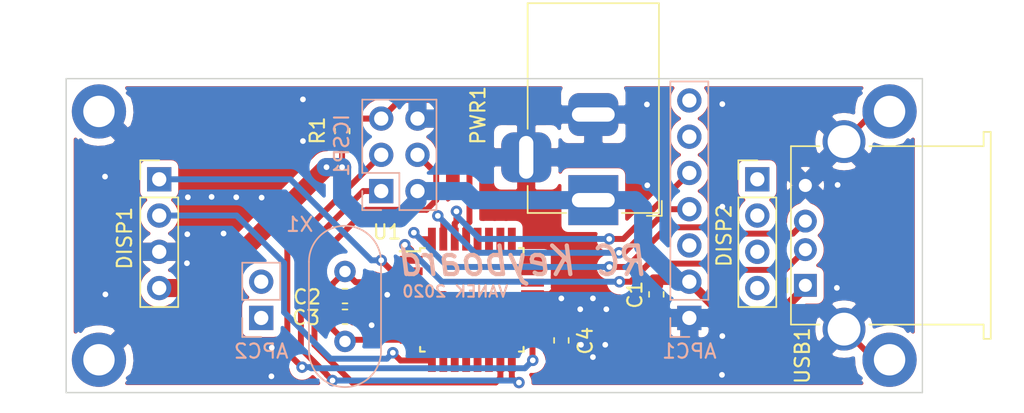
<source format=kicad_pcb>
(kicad_pcb (version 20171130) (host pcbnew "(5.1.2-1)-1")

  (general
    (thickness 1.6)
    (drawings 10)
    (tracks 212)
    (zones 0)
    (modules 18)
    (nets 15)
  )

  (page A4)
  (layers
    (0 F.Cu signal)
    (31 B.Cu signal)
    (32 B.Adhes user hide)
    (33 F.Adhes user hide)
    (34 B.Paste user)
    (35 F.Paste user)
    (36 B.SilkS user)
    (37 F.SilkS user)
    (38 B.Mask user)
    (39 F.Mask user hide)
    (40 Dwgs.User user hide)
    (41 Cmts.User user hide)
    (42 Eco1.User user)
    (43 Eco2.User user)
    (44 Edge.Cuts user)
    (45 Margin user)
    (46 B.CrtYd user)
    (47 F.CrtYd user)
    (48 B.Fab user hide)
    (49 F.Fab user)
  )

  (setup
    (last_trace_width 0.415)
    (trace_clearance 0.254)
    (zone_clearance 0.48)
    (zone_45_only no)
    (trace_min 0.254)
    (via_size 0.8)
    (via_drill 0.4)
    (via_min_size 0.4)
    (via_min_drill 0.3)
    (uvia_size 0.3)
    (uvia_drill 0.1)
    (uvias_allowed no)
    (uvia_min_size 0.2)
    (uvia_min_drill 0.1)
    (edge_width 0.1)
    (segment_width 0.2)
    (pcb_text_width 0.3)
    (pcb_text_size 1.5 1.5)
    (mod_edge_width 0.15)
    (mod_text_size 1 1)
    (mod_text_width 0.15)
    (pad_size 1.524 1.524)
    (pad_drill 0.762)
    (pad_to_mask_clearance 0)
    (aux_axis_origin 0 0)
    (visible_elements FFFFFF7F)
    (pcbplotparams
      (layerselection 0x010f0_ffffffff)
      (usegerberextensions false)
      (usegerberattributes false)
      (usegerberadvancedattributes false)
      (creategerberjobfile false)
      (excludeedgelayer true)
      (linewidth 0.100000)
      (plotframeref false)
      (viasonmask false)
      (mode 1)
      (useauxorigin false)
      (hpglpennumber 1)
      (hpglpenspeed 20)
      (hpglpendiameter 15.000000)
      (psnegative false)
      (psa4output false)
      (plotreference true)
      (plotvalue true)
      (plotinvisibletext false)
      (padsonsilk false)
      (subtractmaskfromsilk false)
      (outputformat 1)
      (mirror false)
      (drillshape 0)
      (scaleselection 1)
      (outputdirectory ""))
  )

  (net 0 "")
  (net 1 VDD)
  (net 2 GNDD)
  (net 3 Xtal1)
  (net 4 Xtal2)
  (net 5 MISO)
  (net 6 SCK)
  (net 7 MOSI)
  (net 8 RST)
  (net 9 APC_RXD)
  (net 10 APC_TXD)
  (net 11 DISP_CLK)
  (net 12 DISP_D)
  (net 13 USB_D-)
  (net 14 USB_D+)

  (net_class Default "Toto je výchozí třída sítě."
    (clearance 0.254)
    (trace_width 0.415)
    (via_dia 0.8)
    (via_drill 0.4)
    (uvia_dia 0.3)
    (uvia_drill 0.1)
    (add_net APC_RXD)
    (add_net APC_TXD)
    (add_net DISP_CLK)
    (add_net DISP_D)
    (add_net GNDD)
    (add_net MISO)
    (add_net MOSI)
    (add_net RST)
    (add_net SCK)
    (add_net USB_D+)
    (add_net USB_D-)
    (add_net VDD)
    (add_net Xtal1)
    (add_net Xtal2)
  )

  (module Capacitor_SMD:C_0603_1608Metric_Pad1.05x0.95mm_HandSolder (layer F.Cu) (tedit 5B301BBE) (tstamp 5F8DA4FA)
    (at 129.54 63.238)
    (descr "Capacitor SMD 0603 (1608 Metric), square (rectangular) end terminal, IPC_7351 nominal with elongated pad for handsoldering. (Body size source: http://www.tortai-tech.com/upload/download/2011102023233369053.pdf), generated with kicad-footprint-generator")
    (tags "capacitor handsolder")
    (path /5F8E35D4)
    (attr smd)
    (fp_text reference C2 (at -2.653 0.0635) (layer F.SilkS)
      (effects (font (size 1 1) (thickness 0.15)))
    )
    (fp_text value 22p (at 0 1.43) (layer F.Fab)
      (effects (font (size 1 1) (thickness 0.15)))
    )
    (fp_text user %R (at 0 0) (layer F.Fab)
      (effects (font (size 0.4 0.4) (thickness 0.06)))
    )
    (fp_line (start 1.65 0.73) (end -1.65 0.73) (layer F.CrtYd) (width 0.05))
    (fp_line (start 1.65 -0.73) (end 1.65 0.73) (layer F.CrtYd) (width 0.05))
    (fp_line (start -1.65 -0.73) (end 1.65 -0.73) (layer F.CrtYd) (width 0.05))
    (fp_line (start -1.65 0.73) (end -1.65 -0.73) (layer F.CrtYd) (width 0.05))
    (fp_line (start -0.171267 0.51) (end 0.171267 0.51) (layer F.SilkS) (width 0.12))
    (fp_line (start -0.171267 -0.51) (end 0.171267 -0.51) (layer F.SilkS) (width 0.12))
    (fp_line (start 0.8 0.4) (end -0.8 0.4) (layer F.Fab) (width 0.1))
    (fp_line (start 0.8 -0.4) (end 0.8 0.4) (layer F.Fab) (width 0.1))
    (fp_line (start -0.8 -0.4) (end 0.8 -0.4) (layer F.Fab) (width 0.1))
    (fp_line (start -0.8 0.4) (end -0.8 -0.4) (layer F.Fab) (width 0.1))
    (pad 2 smd roundrect (at 0.875 0) (size 1.05 0.95) (layers F.Cu F.Paste F.Mask) (roundrect_rratio 0.25)
      (net 2 GNDD))
    (pad 1 smd roundrect (at -0.875 0) (size 1.05 0.95) (layers F.Cu F.Paste F.Mask) (roundrect_rratio 0.25)
      (net 3 Xtal1))
    (model ${KISYS3DMOD}/Capacitor_SMD.3dshapes/C_0603_1608Metric.wrl
      (at (xyz 0 0 0))
      (scale (xyz 1 1 1))
      (rotate (xyz 0 0 0))
    )
  )

  (module Package_QFP:TQFP-32_7x7mm_P0.8mm (layer F.Cu) (tedit 5A02F146) (tstamp 5F8BE3AF)
    (at 138.43 63.5)
    (descr "32-Lead Plastic Thin Quad Flatpack (PT) - 7x7x1.0 mm Body, 2.00 mm [TQFP] (see Microchip Packaging Specification 00000049BS.pdf)")
    (tags "QFP 0.8")
    (path /5F8E3611)
    (attr smd)
    (fp_text reference U1 (at -5.9436 -4.7498) (layer F.SilkS)
      (effects (font (size 1 1) (thickness 0.15)))
    )
    (fp_text value ATmega328P-AU (at 0 6.05) (layer F.Fab)
      (effects (font (size 1 1) (thickness 0.15)))
    )
    (fp_text user %R (at 0 0) (layer F.Fab)
      (effects (font (size 1 1) (thickness 0.15)))
    )
    (fp_line (start -2.5 -3.5) (end 3.5 -3.5) (layer F.Fab) (width 0.15))
    (fp_line (start 3.5 -3.5) (end 3.5 3.5) (layer F.Fab) (width 0.15))
    (fp_line (start 3.5 3.5) (end -3.5 3.5) (layer F.Fab) (width 0.15))
    (fp_line (start -3.5 3.5) (end -3.5 -2.5) (layer F.Fab) (width 0.15))
    (fp_line (start -3.5 -2.5) (end -2.5 -3.5) (layer F.Fab) (width 0.15))
    (fp_line (start -5.3 -5.3) (end -5.3 5.3) (layer F.CrtYd) (width 0.05))
    (fp_line (start 5.3 -5.3) (end 5.3 5.3) (layer F.CrtYd) (width 0.05))
    (fp_line (start -5.3 -5.3) (end 5.3 -5.3) (layer F.CrtYd) (width 0.05))
    (fp_line (start -5.3 5.3) (end 5.3 5.3) (layer F.CrtYd) (width 0.05))
    (fp_line (start -3.625 -3.625) (end -3.625 -3.4) (layer F.SilkS) (width 0.15))
    (fp_line (start 3.625 -3.625) (end 3.625 -3.3) (layer F.SilkS) (width 0.15))
    (fp_line (start 3.625 3.625) (end 3.625 3.3) (layer F.SilkS) (width 0.15))
    (fp_line (start -3.625 3.625) (end -3.625 3.3) (layer F.SilkS) (width 0.15))
    (fp_line (start -3.625 -3.625) (end -3.3 -3.625) (layer F.SilkS) (width 0.15))
    (fp_line (start -3.625 3.625) (end -3.3 3.625) (layer F.SilkS) (width 0.15))
    (fp_line (start 3.625 3.625) (end 3.3 3.625) (layer F.SilkS) (width 0.15))
    (fp_line (start 3.625 -3.625) (end 3.3 -3.625) (layer F.SilkS) (width 0.15))
    (fp_line (start -3.625 -3.4) (end -5.05 -3.4) (layer F.SilkS) (width 0.15))
    (pad 1 smd rect (at -4.25 -2.8) (size 1.6 0.55) (layers F.Cu F.Paste F.Mask)
      (net 13 USB_D-))
    (pad 2 smd rect (at -4.25 -2) (size 1.6 0.55) (layers F.Cu F.Paste F.Mask)
      (net 11 DISP_CLK))
    (pad 3 smd rect (at -4.25 -1.2) (size 1.6 0.55) (layers F.Cu F.Paste F.Mask)
      (net 2 GNDD))
    (pad 4 smd rect (at -4.25 -0.4) (size 1.6 0.55) (layers F.Cu F.Paste F.Mask)
      (net 1 VDD))
    (pad 5 smd rect (at -4.25 0.4) (size 1.6 0.55) (layers F.Cu F.Paste F.Mask)
      (net 2 GNDD))
    (pad 6 smd rect (at -4.25 1.2) (size 1.6 0.55) (layers F.Cu F.Paste F.Mask)
      (net 1 VDD))
    (pad 7 smd rect (at -4.25 2) (size 1.6 0.55) (layers F.Cu F.Paste F.Mask)
      (net 3 Xtal1))
    (pad 8 smd rect (at -4.25 2.8) (size 1.6 0.55) (layers F.Cu F.Paste F.Mask)
      (net 4 Xtal2))
    (pad 9 smd rect (at -2.8 4.25 90) (size 1.6 0.55) (layers F.Cu F.Paste F.Mask)
      (net 12 DISP_D))
    (pad 10 smd rect (at -2 4.25 90) (size 1.6 0.55) (layers F.Cu F.Paste F.Mask))
    (pad 11 smd rect (at -1.2 4.25 90) (size 1.6 0.55) (layers F.Cu F.Paste F.Mask))
    (pad 12 smd rect (at -0.4 4.25 90) (size 1.6 0.55) (layers F.Cu F.Paste F.Mask))
    (pad 13 smd rect (at 0.4 4.25 90) (size 1.6 0.55) (layers F.Cu F.Paste F.Mask))
    (pad 14 smd rect (at 1.2 4.25 90) (size 1.6 0.55) (layers F.Cu F.Paste F.Mask))
    (pad 15 smd rect (at 2 4.25 90) (size 1.6 0.55) (layers F.Cu F.Paste F.Mask)
      (net 7 MOSI))
    (pad 16 smd rect (at 2.8 4.25 90) (size 1.6 0.55) (layers F.Cu F.Paste F.Mask)
      (net 5 MISO))
    (pad 17 smd rect (at 4.25 2.8) (size 1.6 0.55) (layers F.Cu F.Paste F.Mask)
      (net 6 SCK))
    (pad 18 smd rect (at 4.25 2) (size 1.6 0.55) (layers F.Cu F.Paste F.Mask)
      (net 1 VDD))
    (pad 19 smd rect (at 4.25 1.2) (size 1.6 0.55) (layers F.Cu F.Paste F.Mask))
    (pad 20 smd rect (at 4.25 0.4) (size 1.6 0.55) (layers F.Cu F.Paste F.Mask))
    (pad 21 smd rect (at 4.25 -0.4) (size 1.6 0.55) (layers F.Cu F.Paste F.Mask)
      (net 2 GNDD))
    (pad 22 smd rect (at 4.25 -1.2) (size 1.6 0.55) (layers F.Cu F.Paste F.Mask))
    (pad 23 smd rect (at 4.25 -2) (size 1.6 0.55) (layers F.Cu F.Paste F.Mask))
    (pad 24 smd rect (at 4.25 -2.8) (size 1.6 0.55) (layers F.Cu F.Paste F.Mask))
    (pad 25 smd rect (at 2.8 -4.25 90) (size 1.6 0.55) (layers F.Cu F.Paste F.Mask))
    (pad 26 smd rect (at 2 -4.25 90) (size 1.6 0.55) (layers F.Cu F.Paste F.Mask))
    (pad 27 smd rect (at 1.2 -4.25 90) (size 1.6 0.55) (layers F.Cu F.Paste F.Mask))
    (pad 28 smd rect (at 0.4 -4.25 90) (size 1.6 0.55) (layers F.Cu F.Paste F.Mask))
    (pad 29 smd rect (at -0.4 -4.25 90) (size 1.6 0.55) (layers F.Cu F.Paste F.Mask)
      (net 8 RST))
    (pad 30 smd rect (at -1.2 -4.25 90) (size 1.6 0.55) (layers F.Cu F.Paste F.Mask)
      (net 10 APC_TXD))
    (pad 31 smd rect (at -2 -4.25 90) (size 1.6 0.55) (layers F.Cu F.Paste F.Mask)
      (net 9 APC_RXD))
    (pad 32 smd rect (at -2.8 -4.25 90) (size 1.6 0.55) (layers F.Cu F.Paste F.Mask)
      (net 14 USB_D+))
    (model ${KISYS3DMOD}/Package_QFP.3dshapes/TQFP-32_7x7mm_P0.8mm.wrl
      (at (xyz 0 0 0))
      (scale (xyz 1 1 1))
      (rotate (xyz 0 0 0))
    )
  )

  (module Capacitor_SMD:C_0603_1608Metric_Pad1.05x0.95mm_HandSolder (layer F.Cu) (tedit 5B301BBE) (tstamp 5F8C5427)
    (at 151.3586 63.119 90)
    (descr "Capacitor SMD 0603 (1608 Metric), square (rectangular) end terminal, IPC_7351 nominal with elongated pad for handsoldering. (Body size source: http://www.tortai-tech.com/upload/download/2011102023233369053.pdf), generated with kicad-footprint-generator")
    (tags "capacitor handsolder")
    (path /5F935B12)
    (attr smd)
    (fp_text reference C1 (at -0.0254 -1.4986 90) (layer F.SilkS)
      (effects (font (size 1 1) (thickness 0.15)))
    )
    (fp_text value 10n (at 0 1.43 90) (layer F.Fab)
      (effects (font (size 1 1) (thickness 0.15)))
    )
    (fp_text user %R (at 0 0 90) (layer F.Fab)
      (effects (font (size 0.4 0.4) (thickness 0.06)))
    )
    (fp_line (start 1.65 0.73) (end -1.65 0.73) (layer F.CrtYd) (width 0.05))
    (fp_line (start 1.65 -0.73) (end 1.65 0.73) (layer F.CrtYd) (width 0.05))
    (fp_line (start -1.65 -0.73) (end 1.65 -0.73) (layer F.CrtYd) (width 0.05))
    (fp_line (start -1.65 0.73) (end -1.65 -0.73) (layer F.CrtYd) (width 0.05))
    (fp_line (start -0.171267 0.51) (end 0.171267 0.51) (layer F.SilkS) (width 0.12))
    (fp_line (start -0.171267 -0.51) (end 0.171267 -0.51) (layer F.SilkS) (width 0.12))
    (fp_line (start 0.8 0.4) (end -0.8 0.4) (layer F.Fab) (width 0.1))
    (fp_line (start 0.8 -0.4) (end 0.8 0.4) (layer F.Fab) (width 0.1))
    (fp_line (start -0.8 -0.4) (end 0.8 -0.4) (layer F.Fab) (width 0.1))
    (fp_line (start -0.8 0.4) (end -0.8 -0.4) (layer F.Fab) (width 0.1))
    (pad 2 smd roundrect (at 0.875 0 90) (size 1.05 0.95) (layers F.Cu F.Paste F.Mask) (roundrect_rratio 0.25)
      (net 1 VDD))
    (pad 1 smd roundrect (at -0.875 0 90) (size 1.05 0.95) (layers F.Cu F.Paste F.Mask) (roundrect_rratio 0.25)
      (net 2 GNDD))
    (model ${KISYS3DMOD}/Capacitor_SMD.3dshapes/C_0603_1608Metric.wrl
      (at (xyz 0 0 0))
      (scale (xyz 1 1 1))
      (rotate (xyz 0 0 0))
    )
  )

  (module Capacitor_SMD:C_0603_1608Metric_Pad1.05x0.95mm_HandSolder (layer F.Cu) (tedit 5B301BBE) (tstamp 5F8D7D68)
    (at 129.54 64.6858)
    (descr "Capacitor SMD 0603 (1608 Metric), square (rectangular) end terminal, IPC_7351 nominal with elongated pad for handsoldering. (Body size source: http://www.tortai-tech.com/upload/download/2011102023233369053.pdf), generated with kicad-footprint-generator")
    (tags "capacitor handsolder")
    (path /5F8E35DA)
    (attr smd)
    (fp_text reference C3 (at -2.7305 0.0635) (layer F.SilkS)
      (effects (font (size 1 1) (thickness 0.15)))
    )
    (fp_text value 22p (at 0 1.43) (layer F.Fab)
      (effects (font (size 1 1) (thickness 0.15)))
    )
    (fp_line (start -0.8 0.4) (end -0.8 -0.4) (layer F.Fab) (width 0.1))
    (fp_line (start -0.8 -0.4) (end 0.8 -0.4) (layer F.Fab) (width 0.1))
    (fp_line (start 0.8 -0.4) (end 0.8 0.4) (layer F.Fab) (width 0.1))
    (fp_line (start 0.8 0.4) (end -0.8 0.4) (layer F.Fab) (width 0.1))
    (fp_line (start -0.171267 -0.51) (end 0.171267 -0.51) (layer F.SilkS) (width 0.12))
    (fp_line (start -0.171267 0.51) (end 0.171267 0.51) (layer F.SilkS) (width 0.12))
    (fp_line (start -1.65 0.73) (end -1.65 -0.73) (layer F.CrtYd) (width 0.05))
    (fp_line (start -1.65 -0.73) (end 1.65 -0.73) (layer F.CrtYd) (width 0.05))
    (fp_line (start 1.65 -0.73) (end 1.65 0.73) (layer F.CrtYd) (width 0.05))
    (fp_line (start 1.65 0.73) (end -1.65 0.73) (layer F.CrtYd) (width 0.05))
    (fp_text user %R (at 0 0) (layer F.Fab)
      (effects (font (size 0.4 0.4) (thickness 0.06)))
    )
    (pad 1 smd roundrect (at -0.875 0) (size 1.05 0.95) (layers F.Cu F.Paste F.Mask) (roundrect_rratio 0.25)
      (net 4 Xtal2))
    (pad 2 smd roundrect (at 0.875 0) (size 1.05 0.95) (layers F.Cu F.Paste F.Mask) (roundrect_rratio 0.25)
      (net 2 GNDD))
    (model ${KISYS3DMOD}/Capacitor_SMD.3dshapes/C_0603_1608Metric.wrl
      (at (xyz 0 0 0))
      (scale (xyz 1 1 1))
      (rotate (xyz 0 0 0))
    )
  )

  (module Capacitor_SMD:C_0603_1608Metric_Pad1.05x0.95mm_HandSolder (layer F.Cu) (tedit 5B301BBE) (tstamp 5F8D7EBE)
    (at 144.7038 66.3448 90)
    (descr "Capacitor SMD 0603 (1608 Metric), square (rectangular) end terminal, IPC_7351 nominal with elongated pad for handsoldering. (Body size source: http://www.tortai-tech.com/upload/download/2011102023233369053.pdf), generated with kicad-footprint-generator")
    (tags "capacitor handsolder")
    (path /5F8E3594)
    (attr smd)
    (fp_text reference C4 (at -0.0254 1.6764 90) (layer F.SilkS)
      (effects (font (size 1 1) (thickness 0.15)))
    )
    (fp_text value 10n (at 0 1.43 90) (layer F.Fab)
      (effects (font (size 1 1) (thickness 0.15)))
    )
    (fp_line (start -0.8 0.4) (end -0.8 -0.4) (layer F.Fab) (width 0.1))
    (fp_line (start -0.8 -0.4) (end 0.8 -0.4) (layer F.Fab) (width 0.1))
    (fp_line (start 0.8 -0.4) (end 0.8 0.4) (layer F.Fab) (width 0.1))
    (fp_line (start 0.8 0.4) (end -0.8 0.4) (layer F.Fab) (width 0.1))
    (fp_line (start -0.171267 -0.51) (end 0.171267 -0.51) (layer F.SilkS) (width 0.12))
    (fp_line (start -0.171267 0.51) (end 0.171267 0.51) (layer F.SilkS) (width 0.12))
    (fp_line (start -1.65 0.73) (end -1.65 -0.73) (layer F.CrtYd) (width 0.05))
    (fp_line (start -1.65 -0.73) (end 1.65 -0.73) (layer F.CrtYd) (width 0.05))
    (fp_line (start 1.65 -0.73) (end 1.65 0.73) (layer F.CrtYd) (width 0.05))
    (fp_line (start 1.65 0.73) (end -1.65 0.73) (layer F.CrtYd) (width 0.05))
    (fp_text user %R (at 0 0 90) (layer F.Fab)
      (effects (font (size 0.4 0.4) (thickness 0.06)))
    )
    (pad 1 smd roundrect (at -0.875 0 90) (size 1.05 0.95) (layers F.Cu F.Paste F.Mask) (roundrect_rratio 0.25)
      (net 2 GNDD))
    (pad 2 smd roundrect (at 0.875 0 90) (size 1.05 0.95) (layers F.Cu F.Paste F.Mask) (roundrect_rratio 0.25)
      (net 1 VDD))
    (model ${KISYS3DMOD}/Capacitor_SMD.3dshapes/C_0603_1608Metric.wrl
      (at (xyz 0 0 0))
      (scale (xyz 1 1 1))
      (rotate (xyz 0 0 0))
    )
  )

  (module Connector_PinHeader_2.54mm:PinHeader_2x03_P2.54mm_Vertical (layer B.Cu) (tedit 59FED5CC) (tstamp 5F8DBA96)
    (at 132.08 55.88)
    (descr "Through hole straight pin header, 2x03, 2.54mm pitch, double rows")
    (tags "Through hole pin header THT 2x03 2.54mm double row")
    (path /5F8E35C8)
    (fp_text reference ICSP1 (at -2.7686 -3.2004 90) (layer B.SilkS)
      (effects (font (size 1 1) (thickness 0.15)) (justify mirror))
    )
    (fp_text value ICSP (at 1.27 -7.41) (layer B.Fab)
      (effects (font (size 1 1) (thickness 0.15)) (justify mirror))
    )
    (fp_line (start 0 1.27) (end 3.81 1.27) (layer B.Fab) (width 0.1))
    (fp_line (start 3.81 1.27) (end 3.81 -6.35) (layer B.Fab) (width 0.1))
    (fp_line (start 3.81 -6.35) (end -1.27 -6.35) (layer B.Fab) (width 0.1))
    (fp_line (start -1.27 -6.35) (end -1.27 0) (layer B.Fab) (width 0.1))
    (fp_line (start -1.27 0) (end 0 1.27) (layer B.Fab) (width 0.1))
    (fp_line (start -1.33 -6.41) (end 3.87 -6.41) (layer B.SilkS) (width 0.12))
    (fp_line (start -1.33 -1.27) (end -1.33 -6.41) (layer B.SilkS) (width 0.12))
    (fp_line (start 3.87 1.33) (end 3.87 -6.41) (layer B.SilkS) (width 0.12))
    (fp_line (start -1.33 -1.27) (end 1.27 -1.27) (layer B.SilkS) (width 0.12))
    (fp_line (start 1.27 -1.27) (end 1.27 1.33) (layer B.SilkS) (width 0.12))
    (fp_line (start 1.27 1.33) (end 3.87 1.33) (layer B.SilkS) (width 0.12))
    (fp_line (start -1.33 0) (end -1.33 1.33) (layer B.SilkS) (width 0.12))
    (fp_line (start -1.33 1.33) (end 0 1.33) (layer B.SilkS) (width 0.12))
    (fp_line (start -1.8 1.8) (end -1.8 -6.85) (layer B.CrtYd) (width 0.05))
    (fp_line (start -1.8 -6.85) (end 4.35 -6.85) (layer B.CrtYd) (width 0.05))
    (fp_line (start 4.35 -6.85) (end 4.35 1.8) (layer B.CrtYd) (width 0.05))
    (fp_line (start 4.35 1.8) (end -1.8 1.8) (layer B.CrtYd) (width 0.05))
    (fp_text user %R (at 1.27 -2.54 -90) (layer B.Fab)
      (effects (font (size 1 1) (thickness 0.15)) (justify mirror))
    )
    (pad 1 thru_hole rect (at 0 0) (size 1.7 1.7) (drill 1) (layers *.Cu *.Mask)
      (net 5 MISO))
    (pad 2 thru_hole oval (at 2.54 0) (size 1.7 1.7) (drill 1) (layers *.Cu *.Mask)
      (net 1 VDD))
    (pad 3 thru_hole oval (at 0 -2.54) (size 1.7 1.7) (drill 1) (layers *.Cu *.Mask)
      (net 6 SCK))
    (pad 4 thru_hole oval (at 2.54 -2.54) (size 1.7 1.7) (drill 1) (layers *.Cu *.Mask)
      (net 7 MOSI))
    (pad 5 thru_hole oval (at 0 -5.08) (size 1.7 1.7) (drill 1) (layers *.Cu *.Mask)
      (net 8 RST))
    (pad 6 thru_hole oval (at 2.54 -5.08) (size 1.7 1.7) (drill 1) (layers *.Cu *.Mask)
      (net 2 GNDD))
    (model ${KISYS3DMOD}/Connector_PinHeader_2.54mm.3dshapes/PinHeader_2x03_P2.54mm_Vertical.wrl
      (at (xyz 0 0 0))
      (scale (xyz 1 1 1))
      (rotate (xyz 0 0 0))
    )
  )

  (module Connector_BarrelJack:BarrelJack_Horizontal (layer F.Cu) (tedit 5A1DBF6A) (tstamp 5F8C54AE)
    (at 146.94 56.515 270)
    (descr "DC Barrel Jack")
    (tags "Power Jack")
    (path /5F903A8D)
    (fp_text reference PWR1 (at -5.9436 8.0782 270) (layer F.SilkS)
      (effects (font (size 1 1) (thickness 0.15)))
    )
    (fp_text value "DC IN" (at -6.2 -5.5 90) (layer F.Fab)
      (effects (font (size 1 1) (thickness 0.15)))
    )
    (fp_text user %R (at -3 -2.95 90) (layer F.Fab)
      (effects (font (size 1 1) (thickness 0.15)))
    )
    (fp_line (start -0.003213 -4.505425) (end 0.8 -3.75) (layer F.Fab) (width 0.1))
    (fp_line (start 1.1 -3.75) (end 1.1 -4.8) (layer F.SilkS) (width 0.12))
    (fp_line (start 0.05 -4.8) (end 1.1 -4.8) (layer F.SilkS) (width 0.12))
    (fp_line (start 1 -4.5) (end 1 -4.75) (layer F.CrtYd) (width 0.05))
    (fp_line (start 1 -4.75) (end -14 -4.75) (layer F.CrtYd) (width 0.05))
    (fp_line (start 1 -4.5) (end 1 -2) (layer F.CrtYd) (width 0.05))
    (fp_line (start 1 -2) (end 2 -2) (layer F.CrtYd) (width 0.05))
    (fp_line (start 2 -2) (end 2 2) (layer F.CrtYd) (width 0.05))
    (fp_line (start 2 2) (end 1 2) (layer F.CrtYd) (width 0.05))
    (fp_line (start 1 2) (end 1 4.75) (layer F.CrtYd) (width 0.05))
    (fp_line (start 1 4.75) (end -1 4.75) (layer F.CrtYd) (width 0.05))
    (fp_line (start -1 4.75) (end -1 6.75) (layer F.CrtYd) (width 0.05))
    (fp_line (start -1 6.75) (end -5 6.75) (layer F.CrtYd) (width 0.05))
    (fp_line (start -5 6.75) (end -5 4.75) (layer F.CrtYd) (width 0.05))
    (fp_line (start -5 4.75) (end -14 4.75) (layer F.CrtYd) (width 0.05))
    (fp_line (start -14 4.75) (end -14 -4.75) (layer F.CrtYd) (width 0.05))
    (fp_line (start -5 4.6) (end -13.8 4.6) (layer F.SilkS) (width 0.12))
    (fp_line (start -13.8 4.6) (end -13.8 -4.6) (layer F.SilkS) (width 0.12))
    (fp_line (start 0.9 1.9) (end 0.9 4.6) (layer F.SilkS) (width 0.12))
    (fp_line (start 0.9 4.6) (end -1 4.6) (layer F.SilkS) (width 0.12))
    (fp_line (start -13.8 -4.6) (end 0.9 -4.6) (layer F.SilkS) (width 0.12))
    (fp_line (start 0.9 -4.6) (end 0.9 -2) (layer F.SilkS) (width 0.12))
    (fp_line (start -10.2 -4.5) (end -10.2 4.5) (layer F.Fab) (width 0.1))
    (fp_line (start -13.7 -4.5) (end -13.7 4.5) (layer F.Fab) (width 0.1))
    (fp_line (start -13.7 4.5) (end 0.8 4.5) (layer F.Fab) (width 0.1))
    (fp_line (start 0.8 4.5) (end 0.8 -3.75) (layer F.Fab) (width 0.1))
    (fp_line (start 0 -4.5) (end -13.7 -4.5) (layer F.Fab) (width 0.1))
    (pad 1 thru_hole rect (at 0 0 270) (size 3.5 3.5) (drill oval 1 3) (layers *.Cu *.Mask)
      (net 1 VDD))
    (pad 2 thru_hole roundrect (at -6 0 270) (size 3 3.5) (drill oval 1 3) (layers *.Cu *.Mask) (roundrect_rratio 0.25)
      (net 2 GNDD))
    (pad 3 thru_hole roundrect (at -3 4.7 270) (size 3.5 3.5) (drill oval 3 1) (layers *.Cu *.Mask) (roundrect_rratio 0.25)
      (net 2 GNDD))
    (model ${KISYS3DMOD}/Connector_BarrelJack.3dshapes/BarrelJack_Horizontal.wrl
      (at (xyz 0 0 0))
      (scale (xyz 1 1 1))
      (rotate (xyz 0 0 0))
    )
  )

  (module Connector_PinHeader_2.54mm:PinHeader_1x07_P2.54mm_Vertical (layer B.Cu) (tedit 59FED5CC) (tstamp 5F8C439F)
    (at 153.67 64.77)
    (descr "Through hole straight pin header, 1x07, 2.54mm pitch, single row")
    (tags "Through hole pin header THT 1x07 2.54mm single row")
    (path /5F90DD39)
    (fp_text reference APC1 (at 0 2.33) (layer B.SilkS)
      (effects (font (size 1 1) (thickness 0.15)) (justify mirror))
    )
    (fp_text value APC_module (at 0 -17.57) (layer B.Fab)
      (effects (font (size 1 1) (thickness 0.15)) (justify mirror))
    )
    (fp_line (start -0.635 1.27) (end 1.27 1.27) (layer B.Fab) (width 0.1))
    (fp_line (start 1.27 1.27) (end 1.27 -16.51) (layer B.Fab) (width 0.1))
    (fp_line (start 1.27 -16.51) (end -1.27 -16.51) (layer B.Fab) (width 0.1))
    (fp_line (start -1.27 -16.51) (end -1.27 0.635) (layer B.Fab) (width 0.1))
    (fp_line (start -1.27 0.635) (end -0.635 1.27) (layer B.Fab) (width 0.1))
    (fp_line (start -1.33 -16.57) (end 1.33 -16.57) (layer B.SilkS) (width 0.12))
    (fp_line (start -1.33 -1.27) (end -1.33 -16.57) (layer B.SilkS) (width 0.12))
    (fp_line (start 1.33 -1.27) (end 1.33 -16.57) (layer B.SilkS) (width 0.12))
    (fp_line (start -1.33 -1.27) (end 1.33 -1.27) (layer B.SilkS) (width 0.12))
    (fp_line (start -1.33 0) (end -1.33 1.33) (layer B.SilkS) (width 0.12))
    (fp_line (start -1.33 1.33) (end 0 1.33) (layer B.SilkS) (width 0.12))
    (fp_line (start -1.8 1.8) (end -1.8 -17.05) (layer B.CrtYd) (width 0.05))
    (fp_line (start -1.8 -17.05) (end 1.8 -17.05) (layer B.CrtYd) (width 0.05))
    (fp_line (start 1.8 -17.05) (end 1.8 1.8) (layer B.CrtYd) (width 0.05))
    (fp_line (start 1.8 1.8) (end -1.8 1.8) (layer B.CrtYd) (width 0.05))
    (fp_text user %R (at 0 -7.62 -90) (layer B.Fab)
      (effects (font (size 1 1) (thickness 0.15)) (justify mirror))
    )
    (pad 1 thru_hole rect (at 0 0) (size 1.7 1.7) (drill 1) (layers *.Cu *.Mask)
      (net 2 GNDD))
    (pad 2 thru_hole oval (at 0 -2.54) (size 1.7 1.7) (drill 1) (layers *.Cu *.Mask)
      (net 1 VDD))
    (pad 3 thru_hole oval (at 0 -5.08) (size 1.7 1.7) (drill 1) (layers *.Cu *.Mask))
    (pad 4 thru_hole oval (at 0 -7.62) (size 1.7 1.7) (drill 1) (layers *.Cu *.Mask)
      (net 9 APC_RXD))
    (pad 5 thru_hole oval (at 0 -10.16) (size 1.7 1.7) (drill 1) (layers *.Cu *.Mask)
      (net 10 APC_TXD))
    (pad 6 thru_hole oval (at 0 -12.7) (size 1.7 1.7) (drill 1) (layers *.Cu *.Mask))
    (pad 7 thru_hole oval (at 0 -15.24) (size 1.7 1.7) (drill 1) (layers *.Cu *.Mask))
    (model ${KISYS3DMOD}/Connector_PinHeader_2.54mm.3dshapes/PinHeader_1x07_P2.54mm_Vertical.wrl
      (at (xyz 0 0 0))
      (scale (xyz 1 1 1))
      (rotate (xyz 0 0 0))
    )
  )

  (module Connector_PinHeader_2.54mm:PinHeader_1x04_P2.54mm_Vertical locked (layer F.Cu) (tedit 59FED5CC) (tstamp 5F8C3E43)
    (at 116.5225 55.0545)
    (descr "Through hole straight pin header, 1x04, 2.54mm pitch, single row")
    (tags "Through hole pin header THT 1x04 2.54mm single row")
    (path /5F8F49F5)
    (fp_text reference DISP1 (at -2.4257 4.1275 90) (layer F.SilkS)
      (effects (font (size 1 1) (thickness 0.15)))
    )
    (fp_text value DISP1_1 (at 0 9.95) (layer F.Fab)
      (effects (font (size 1 1) (thickness 0.15)))
    )
    (fp_line (start -0.635 -1.27) (end 1.27 -1.27) (layer F.Fab) (width 0.1))
    (fp_line (start 1.27 -1.27) (end 1.27 8.89) (layer F.Fab) (width 0.1))
    (fp_line (start 1.27 8.89) (end -1.27 8.89) (layer F.Fab) (width 0.1))
    (fp_line (start -1.27 8.89) (end -1.27 -0.635) (layer F.Fab) (width 0.1))
    (fp_line (start -1.27 -0.635) (end -0.635 -1.27) (layer F.Fab) (width 0.1))
    (fp_line (start -1.33 8.95) (end 1.33 8.95) (layer F.SilkS) (width 0.12))
    (fp_line (start -1.33 1.27) (end -1.33 8.95) (layer F.SilkS) (width 0.12))
    (fp_line (start 1.33 1.27) (end 1.33 8.95) (layer F.SilkS) (width 0.12))
    (fp_line (start -1.33 1.27) (end 1.33 1.27) (layer F.SilkS) (width 0.12))
    (fp_line (start -1.33 0) (end -1.33 -1.33) (layer F.SilkS) (width 0.12))
    (fp_line (start -1.33 -1.33) (end 0 -1.33) (layer F.SilkS) (width 0.12))
    (fp_line (start -1.8 -1.8) (end -1.8 9.4) (layer F.CrtYd) (width 0.05))
    (fp_line (start -1.8 9.4) (end 1.8 9.4) (layer F.CrtYd) (width 0.05))
    (fp_line (start 1.8 9.4) (end 1.8 -1.8) (layer F.CrtYd) (width 0.05))
    (fp_line (start 1.8 -1.8) (end -1.8 -1.8) (layer F.CrtYd) (width 0.05))
    (fp_text user %R (at 0 3.81 90) (layer F.Fab)
      (effects (font (size 1 1) (thickness 0.15)))
    )
    (pad 1 thru_hole rect (at 0 0) (size 1.7 1.7) (drill 1) (layers *.Cu *.Mask)
      (net 11 DISP_CLK))
    (pad 2 thru_hole oval (at 0 2.54) (size 1.7 1.7) (drill 1) (layers *.Cu *.Mask)
      (net 12 DISP_D))
    (pad 3 thru_hole oval (at 0 5.08) (size 1.7 1.7) (drill 1) (layers *.Cu *.Mask)
      (net 2 GNDD))
    (pad 4 thru_hole oval (at 0 7.62) (size 1.7 1.7) (drill 1) (layers *.Cu *.Mask)
      (net 1 VDD))
    (model ${KISYS3DMOD}/Connector_PinHeader_2.54mm.3dshapes/PinHeader_1x04_P2.54mm_Vertical.wrl
      (at (xyz 0 0 0))
      (scale (xyz 1 1 1))
      (rotate (xyz 0 0 0))
    )
  )

  (module Connector_USB:USB_A_Stewart_SS-52100-001_Horizontal (layer F.Cu) (tedit 5CB49A87) (tstamp 5F8C4226)
    (at 161.8 62.484 90)
    (descr "USB A connector https://belfuse.com/resources/drawings/stewartconnector/dr-stw-ss-52100-001.pdf")
    (tags "USB_A Female Connector receptacle")
    (path /5F8EE698)
    (fp_text reference USB1 (at -4.9276 -0.2052 90) (layer F.SilkS)
      (effects (font (size 1 1) (thickness 0.15)))
    )
    (fp_text value USB_A (at 3.5 14.49 90) (layer F.Fab)
      (effects (font (size 1 1) (thickness 0.15)))
    )
    (fp_line (start 10.25 4.74) (end 11.25 4.74) (layer F.CrtYd) (width 0.05))
    (fp_line (start 10.25 11.99) (end 10.25 4.74) (layer F.CrtYd) (width 0.05))
    (fp_line (start 11.25 11.99) (end 10.25 11.99) (layer F.CrtYd) (width 0.05))
    (fp_line (start 11.25 13.49) (end 11.25 11.99) (layer F.CrtYd) (width 0.05))
    (fp_line (start -4.25 13.49) (end 11.25 13.49) (layer F.CrtYd) (width 0.05))
    (fp_line (start -4.25 11.99) (end -4.25 13.49) (layer F.CrtYd) (width 0.05))
    (fp_line (start -3.25 11.99) (end -4.25 11.99) (layer F.CrtYd) (width 0.05))
    (fp_line (start -3.25 4.74) (end -3.25 11.99) (layer F.CrtYd) (width 0.05))
    (fp_line (start 0 -0.76) (end 0.25 -1.01) (layer F.Fab) (width 0.1))
    (fp_line (start -0.25 -1.01) (end 0 -0.76) (layer F.Fab) (width 0.1))
    (fp_line (start -0.5 -1.26) (end 0.5 -1.26) (layer F.SilkS) (width 0.12))
    (fp_line (start -3.75 12.49) (end -3.75 12.99) (layer F.SilkS) (width 0.12))
    (fp_line (start -2.75 12.49) (end -3.75 12.49) (layer F.SilkS) (width 0.12))
    (fp_line (start -2.75 4.49) (end -2.75 12.49) (layer F.SilkS) (width 0.12))
    (fp_line (start -2.75 -1.01) (end -2.75 0.99) (layer F.SilkS) (width 0.12))
    (fp_line (start 9.75 -1.01) (end -2.75 -1.01) (layer F.SilkS) (width 0.12))
    (fp_line (start 9.75 0.99) (end 9.75 -1.01) (layer F.SilkS) (width 0.12))
    (fp_line (start 9.75 12.49) (end 9.75 4.49) (layer F.SilkS) (width 0.12))
    (fp_line (start 10.75 12.49) (end 9.75 12.49) (layer F.SilkS) (width 0.12))
    (fp_line (start 10.75 12.99) (end 10.75 12.49) (layer F.SilkS) (width 0.12))
    (fp_line (start -3.75 12.99) (end 10.75 12.99) (layer F.SilkS) (width 0.12))
    (fp_text user %R (at 3.5 5.99 90) (layer F.Fab)
      (effects (font (size 1 1) (thickness 0.15)))
    )
    (fp_line (start 9.75 12.49) (end 9.75 -1.01) (layer F.Fab) (width 0.1))
    (fp_line (start -2.75 -1.01) (end 9.75 -1.01) (layer F.Fab) (width 0.1))
    (fp_line (start -2.75 12.49) (end -2.75 -1.01) (layer F.Fab) (width 0.1))
    (fp_line (start -3.75 12.99) (end 10.75 12.99) (layer F.Fab) (width 0.1))
    (fp_line (start -3.75 12.99) (end -3.75 12.49) (layer F.Fab) (width 0.1))
    (fp_line (start -3.75 12.49) (end -2.75 12.49) (layer F.Fab) (width 0.1))
    (fp_line (start 9.75 12.49) (end 10.75 12.49) (layer F.Fab) (width 0.1))
    (fp_line (start 10.75 12.49) (end 10.75 12.99) (layer F.Fab) (width 0.1))
    (fp_line (start 12.15 1.99) (end 11.25 0.69) (layer F.CrtYd) (width 0.05))
    (fp_line (start 10.25 0.69) (end 11.25 0.69) (layer F.CrtYd) (width 0.05))
    (fp_line (start 12.15 1.99) (end 12.15 3.44) (layer F.CrtYd) (width 0.05))
    (fp_line (start 10.25 0.69) (end 10.25 -1.51) (layer F.CrtYd) (width 0.05))
    (fp_line (start 10.25 -1.51) (end -3.25 -1.51) (layer F.CrtYd) (width 0.05))
    (fp_line (start -3.25 0.69) (end -3.25 -1.51) (layer F.CrtYd) (width 0.05))
    (fp_line (start 12.15 3.44) (end 11.25 4.74) (layer F.CrtYd) (width 0.05))
    (fp_line (start -3.25 0.69) (end -4.25 0.69) (layer F.CrtYd) (width 0.05))
    (fp_line (start -5.15 3.44) (end -4.25 4.74) (layer F.CrtYd) (width 0.05))
    (fp_line (start -3.25 4.74) (end -4.25 4.74) (layer F.CrtYd) (width 0.05))
    (fp_line (start -5.15 3.44) (end -5.15 1.99) (layer F.CrtYd) (width 0.05))
    (fp_line (start -5.15 1.99) (end -4.25 0.69) (layer F.CrtYd) (width 0.05))
    (pad 5 thru_hole circle (at 10.07 2.71 90) (size 3 3) (drill 2.3) (layers *.Cu *.Mask)
      (net 2 GNDD))
    (pad 5 thru_hole circle (at -3.07 2.71 90) (size 3 3) (drill 2.3) (layers *.Cu *.Mask)
      (net 2 GNDD))
    (pad 1 thru_hole rect (at 0 0 90) (size 1.6 1.6) (drill 0.92) (layers *.Cu *.Mask)
      (net 1 VDD))
    (pad 2 thru_hole circle (at 2.5 0 90) (size 1.6 1.6) (drill 0.92) (layers *.Cu *.Mask)
      (net 13 USB_D-))
    (pad 3 thru_hole circle (at 4.5 0 90) (size 1.6 1.6) (drill 0.92) (layers *.Cu *.Mask)
      (net 14 USB_D+))
    (pad 4 thru_hole circle (at 7 0 90) (size 1.6 1.6) (drill 0.92) (layers *.Cu *.Mask)
      (net 2 GNDD))
    (model ${KISYS3DMOD}/Connector_USB.3dshapes/USB_A_Stewart_SS-52100-001_Horizontal.wrl
      (at (xyz 0 0 0))
      (scale (xyz 1 1 1))
      (rotate (xyz 0 0 0))
    )
  )

  (module Connector_PinHeader_2.54mm:PinHeader_1x04_P2.54mm_Vertical locked (layer F.Cu) (tedit 59FED5CC) (tstamp 5F8C3E88)
    (at 158.4325 55.0545)
    (descr "Through hole straight pin header, 1x04, 2.54mm pitch, single row")
    (tags "Through hole pin header THT 1x04 2.54mm single row")
    (path /5F8F6E72)
    (fp_text reference DISP2 (at -2.3241 3.9497 90) (layer F.SilkS)
      (effects (font (size 1 1) (thickness 0.15)))
    )
    (fp_text value DISP1_2 (at 0 9.95) (layer F.Fab)
      (effects (font (size 1 1) (thickness 0.15)))
    )
    (fp_text user %R (at 0 3.81 90) (layer F.Fab)
      (effects (font (size 1 1) (thickness 0.15)))
    )
    (fp_line (start 1.8 -1.8) (end -1.8 -1.8) (layer F.CrtYd) (width 0.05))
    (fp_line (start 1.8 9.4) (end 1.8 -1.8) (layer F.CrtYd) (width 0.05))
    (fp_line (start -1.8 9.4) (end 1.8 9.4) (layer F.CrtYd) (width 0.05))
    (fp_line (start -1.8 -1.8) (end -1.8 9.4) (layer F.CrtYd) (width 0.05))
    (fp_line (start -1.33 -1.33) (end 0 -1.33) (layer F.SilkS) (width 0.12))
    (fp_line (start -1.33 0) (end -1.33 -1.33) (layer F.SilkS) (width 0.12))
    (fp_line (start -1.33 1.27) (end 1.33 1.27) (layer F.SilkS) (width 0.12))
    (fp_line (start 1.33 1.27) (end 1.33 8.95) (layer F.SilkS) (width 0.12))
    (fp_line (start -1.33 1.27) (end -1.33 8.95) (layer F.SilkS) (width 0.12))
    (fp_line (start -1.33 8.95) (end 1.33 8.95) (layer F.SilkS) (width 0.12))
    (fp_line (start -1.27 -0.635) (end -0.635 -1.27) (layer F.Fab) (width 0.1))
    (fp_line (start -1.27 8.89) (end -1.27 -0.635) (layer F.Fab) (width 0.1))
    (fp_line (start 1.27 8.89) (end -1.27 8.89) (layer F.Fab) (width 0.1))
    (fp_line (start 1.27 -1.27) (end 1.27 8.89) (layer F.Fab) (width 0.1))
    (fp_line (start -0.635 -1.27) (end 1.27 -1.27) (layer F.Fab) (width 0.1))
    (pad 4 thru_hole oval (at 0 7.62) (size 1.7 1.7) (drill 1) (layers *.Cu *.Mask))
    (pad 3 thru_hole oval (at 0 5.08) (size 1.7 1.7) (drill 1) (layers *.Cu *.Mask))
    (pad 2 thru_hole oval (at 0 2.54) (size 1.7 1.7) (drill 1) (layers *.Cu *.Mask))
    (pad 1 thru_hole rect (at 0 0) (size 1.7 1.7) (drill 1) (layers *.Cu *.Mask))
    (model ${KISYS3DMOD}/Connector_PinHeader_2.54mm.3dshapes/PinHeader_1x04_P2.54mm_Vertical.wrl
      (at (xyz 0 0 0))
      (scale (xyz 1 1 1))
      (rotate (xyz 0 0 0))
    )
  )

  (module Connector_PinHeader_2.54mm:PinHeader_1x02_P2.54mm_Vertical (layer B.Cu) (tedit 59FED5CC) (tstamp 5F8BE348)
    (at 123.67 64.77)
    (descr "Through hole straight pin header, 1x02, 2.54mm pitch, single row")
    (tags "Through hole pin header THT 1x02 2.54mm single row")
    (path /5F940A63)
    (fp_text reference APC2 (at 0 2.33) (layer B.SilkS)
      (effects (font (size 1 1) (thickness 0.15)) (justify mirror))
    )
    (fp_text value APC_module2 (at 0 -4.87) (layer B.Fab)
      (effects (font (size 1 1) (thickness 0.15)) (justify mirror))
    )
    (fp_line (start -0.635 1.27) (end 1.27 1.27) (layer B.Fab) (width 0.1))
    (fp_line (start 1.27 1.27) (end 1.27 -3.81) (layer B.Fab) (width 0.1))
    (fp_line (start 1.27 -3.81) (end -1.27 -3.81) (layer B.Fab) (width 0.1))
    (fp_line (start -1.27 -3.81) (end -1.27 0.635) (layer B.Fab) (width 0.1))
    (fp_line (start -1.27 0.635) (end -0.635 1.27) (layer B.Fab) (width 0.1))
    (fp_line (start -1.33 -3.87) (end 1.33 -3.87) (layer B.SilkS) (width 0.12))
    (fp_line (start -1.33 -1.27) (end -1.33 -3.87) (layer B.SilkS) (width 0.12))
    (fp_line (start 1.33 -1.27) (end 1.33 -3.87) (layer B.SilkS) (width 0.12))
    (fp_line (start -1.33 -1.27) (end 1.33 -1.27) (layer B.SilkS) (width 0.12))
    (fp_line (start -1.33 0) (end -1.33 1.33) (layer B.SilkS) (width 0.12))
    (fp_line (start -1.33 1.33) (end 0 1.33) (layer B.SilkS) (width 0.12))
    (fp_line (start -1.8 1.8) (end -1.8 -4.35) (layer B.CrtYd) (width 0.05))
    (fp_line (start -1.8 -4.35) (end 1.8 -4.35) (layer B.CrtYd) (width 0.05))
    (fp_line (start 1.8 -4.35) (end 1.8 1.8) (layer B.CrtYd) (width 0.05))
    (fp_line (start 1.8 1.8) (end -1.8 1.8) (layer B.CrtYd) (width 0.05))
    (fp_text user %R (at 0 -1.27 -90) (layer B.Fab)
      (effects (font (size 1 1) (thickness 0.15)) (justify mirror))
    )
    (pad 1 thru_hole rect (at 0 0) (size 1.7 1.7) (drill 1) (layers *.Cu *.Mask))
    (pad 2 thru_hole oval (at 0 -2.54) (size 1.7 1.7) (drill 1) (layers *.Cu *.Mask))
    (model ${KISYS3DMOD}/Connector_PinHeader_2.54mm.3dshapes/PinHeader_1x02_P2.54mm_Vertical.wrl
      (at (xyz 0 0 0))
      (scale (xyz 1 1 1))
      (rotate (xyz 0 0 0))
    )
  )

  (module Resistor_SMD:R_0603_1608Metric_Pad1.05x0.95mm_HandSolder (layer F.Cu) (tedit 5B301BBD) (tstamp 5F8D930F)
    (at 129.3495 51.675 270)
    (descr "Resistor SMD 0603 (1608 Metric), square (rectangular) end terminal, IPC_7351 nominal with elongated pad for handsoldering. (Body size source: http://www.tortai-tech.com/upload/download/2011102023233369053.pdf), generated with kicad-footprint-generator")
    (tags "resistor handsolder")
    (path /5F8E35BA)
    (attr smd)
    (fp_text reference R1 (at -0.0368 1.7399 270) (layer F.SilkS)
      (effects (font (size 1 1) (thickness 0.15)))
    )
    (fp_text value 10k (at 0 1.43 90) (layer F.Fab)
      (effects (font (size 1 1) (thickness 0.15)))
    )
    (fp_line (start -0.8 0.4) (end -0.8 -0.4) (layer F.Fab) (width 0.1))
    (fp_line (start -0.8 -0.4) (end 0.8 -0.4) (layer F.Fab) (width 0.1))
    (fp_line (start 0.8 -0.4) (end 0.8 0.4) (layer F.Fab) (width 0.1))
    (fp_line (start 0.8 0.4) (end -0.8 0.4) (layer F.Fab) (width 0.1))
    (fp_line (start -0.171267 -0.51) (end 0.171267 -0.51) (layer F.SilkS) (width 0.12))
    (fp_line (start -0.171267 0.51) (end 0.171267 0.51) (layer F.SilkS) (width 0.12))
    (fp_line (start -1.65 0.73) (end -1.65 -0.73) (layer F.CrtYd) (width 0.05))
    (fp_line (start -1.65 -0.73) (end 1.65 -0.73) (layer F.CrtYd) (width 0.05))
    (fp_line (start 1.65 -0.73) (end 1.65 0.73) (layer F.CrtYd) (width 0.05))
    (fp_line (start 1.65 0.73) (end -1.65 0.73) (layer F.CrtYd) (width 0.05))
    (fp_text user %R (at 0 0 90) (layer F.Fab)
      (effects (font (size 0.4 0.4) (thickness 0.06)))
    )
    (pad 1 smd roundrect (at -0.875 0 270) (size 1.05 0.95) (layers F.Cu F.Paste F.Mask) (roundrect_rratio 0.25)
      (net 8 RST))
    (pad 2 smd roundrect (at 0.875 0 270) (size 1.05 0.95) (layers F.Cu F.Paste F.Mask) (roundrect_rratio 0.25)
      (net 1 VDD))
    (model ${KISYS3DMOD}/Resistor_SMD.3dshapes/R_0603_1608Metric.wrl
      (at (xyz 0 0 0))
      (scale (xyz 1 1 1))
      (rotate (xyz 0 0 0))
    )
  )

  (module Crystal:Crystal_HC18-U_Vertical (layer B.Cu) (tedit 5A1AD3B7) (tstamp 5F8D74F3)
    (at 129.54 66.413 90)
    (descr "Crystal THT HC-18/U, http://5hertz.com/pdfs/04404_D.pdf")
    (tags "THT crystalHC-18/U")
    (path /5F8E35CE)
    (fp_text reference X1 (at 8.1962 -3.175) (layer B.SilkS)
      (effects (font (size 1 1) (thickness 0.15)) (justify mirror))
    )
    (fp_text value 16MHz (at 2.45 -3.525 270) (layer B.Fab)
      (effects (font (size 1 1) (thickness 0.15)) (justify mirror))
    )
    (fp_text user %R (at 2.45 0 270) (layer B.Fab)
      (effects (font (size 1 1) (thickness 0.15)) (justify mirror))
    )
    (fp_line (start -0.675 2.325) (end 5.575 2.325) (layer B.Fab) (width 0.1))
    (fp_line (start -0.675 -2.325) (end 5.575 -2.325) (layer B.Fab) (width 0.1))
    (fp_line (start -0.55 2) (end 5.45 2) (layer B.Fab) (width 0.1))
    (fp_line (start -0.55 -2) (end 5.45 -2) (layer B.Fab) (width 0.1))
    (fp_line (start -0.675 2.525) (end 5.575 2.525) (layer B.SilkS) (width 0.12))
    (fp_line (start -0.675 -2.525) (end 5.575 -2.525) (layer B.SilkS) (width 0.12))
    (fp_line (start -3.5 2.8) (end -3.5 -2.8) (layer B.CrtYd) (width 0.05))
    (fp_line (start -3.5 -2.8) (end 8.4 -2.8) (layer B.CrtYd) (width 0.05))
    (fp_line (start 8.4 -2.8) (end 8.4 2.8) (layer B.CrtYd) (width 0.05))
    (fp_line (start 8.4 2.8) (end -3.5 2.8) (layer B.CrtYd) (width 0.05))
    (fp_arc (start -0.675 0) (end -0.675 2.325) (angle 180) (layer B.Fab) (width 0.1))
    (fp_arc (start 5.575 0) (end 5.575 2.325) (angle -180) (layer B.Fab) (width 0.1))
    (fp_arc (start -0.55 0) (end -0.55 2) (angle 180) (layer B.Fab) (width 0.1))
    (fp_arc (start 5.45 0) (end 5.45 2) (angle -180) (layer B.Fab) (width 0.1))
    (fp_arc (start -0.675 0) (end -0.675 2.525) (angle 180) (layer B.SilkS) (width 0.12))
    (fp_arc (start 5.575 0) (end 5.575 2.525) (angle -180) (layer B.SilkS) (width 0.12))
    (pad 1 thru_hole circle (at 0 0 90) (size 1.5 1.5) (drill 0.8) (layers *.Cu *.Mask)
      (net 4 Xtal2))
    (pad 2 thru_hole circle (at 4.9 0 90) (size 1.5 1.5) (drill 0.8) (layers *.Cu *.Mask)
      (net 3 Xtal1))
    (model ${KISYS3DMOD}/Crystal.3dshapes/Crystal_HC18-U_Vertical.wrl
      (at (xyz 0 0 0))
      (scale (xyz 1 1 1))
      (rotate (xyz 0 0 0))
    )
  )

  (module MountingHole:MountingHole_2.2mm_M2_DIN965_Pad (layer F.Cu) (tedit 56D1B4CB) (tstamp 5F8C40A4)
    (at 112.3 50.3)
    (descr "Mounting Hole 2.2mm, M2, DIN965")
    (tags "mounting hole 2.2mm m2 din965")
    (path /5F9916C9)
    (attr virtual)
    (fp_text reference H1 (at 0 -2.9) (layer Cmts.User)
      (effects (font (size 1 1) (thickness 0.15)))
    )
    (fp_text value MountingHole_Pad (at 0 2.9) (layer F.Fab)
      (effects (font (size 1 1) (thickness 0.15)))
    )
    (fp_text user %R (at 0.3 0) (layer F.Fab)
      (effects (font (size 1 1) (thickness 0.15)))
    )
    (fp_circle (center 0 0) (end 1.9 0) (layer Cmts.User) (width 0.15))
    (fp_circle (center 0 0) (end 2.15 0) (layer F.CrtYd) (width 0.05))
    (pad 1 thru_hole circle (at 0 0) (size 3.8 3.8) (drill 2.2) (layers *.Cu *.Mask)
      (net 2 GNDD))
  )

  (module MountingHole:MountingHole_2.2mm_M2_DIN965_Pad (layer F.Cu) (tedit 56D1B4CB) (tstamp 5F8C40F3)
    (at 112.3 67.7)
    (descr "Mounting Hole 2.2mm, M2, DIN965")
    (tags "mounting hole 2.2mm m2 din965")
    (path /5F9923E0)
    (attr virtual)
    (fp_text reference H2 (at 0 -2.9) (layer Cmts.User)
      (effects (font (size 1 1) (thickness 0.15)))
    )
    (fp_text value MountingHole_Pad (at 0 2.9) (layer F.Fab)
      (effects (font (size 1 1) (thickness 0.15)))
    )
    (fp_circle (center 0 0) (end 2.15 0) (layer F.CrtYd) (width 0.05))
    (fp_circle (center 0 0) (end 1.9 0) (layer Cmts.User) (width 0.15))
    (fp_text user %R (at 0.3 0) (layer F.Fab)
      (effects (font (size 1 1) (thickness 0.15)))
    )
    (pad 1 thru_hole circle (at 0 0) (size 3.8 3.8) (drill 2.2) (layers *.Cu *.Mask)
      (net 2 GNDD))
  )

  (module MountingHole:MountingHole_2.2mm_M2_DIN965_Pad (layer F.Cu) (tedit 56D1B4CB) (tstamp 5F8C4127)
    (at 167.7 50.3)
    (descr "Mounting Hole 2.2mm, M2, DIN965")
    (tags "mounting hole 2.2mm m2 din965")
    (path /5F9926A5)
    (attr virtual)
    (fp_text reference H3 (at 0 -2.9) (layer Cmts.User)
      (effects (font (size 1 1) (thickness 0.15)))
    )
    (fp_text value MountingHole_Pad (at 0 2.9) (layer F.Fab)
      (effects (font (size 1 1) (thickness 0.15)))
    )
    (fp_text user %R (at 0.3 0) (layer F.Fab)
      (effects (font (size 1 1) (thickness 0.15)))
    )
    (fp_circle (center 0 0) (end 1.9 0) (layer Cmts.User) (width 0.15))
    (fp_circle (center 0 0) (end 2.15 0) (layer F.CrtYd) (width 0.05))
    (pad 1 thru_hole circle (at 0 0) (size 3.8 3.8) (drill 2.2) (layers *.Cu *.Mask)
      (net 2 GNDD))
  )

  (module MountingHole:MountingHole_2.2mm_M2_DIN965_Pad (layer F.Cu) (tedit 56D1B4CB) (tstamp 5F8C40B9)
    (at 167.7 67.7)
    (descr "Mounting Hole 2.2mm, M2, DIN965")
    (tags "mounting hole 2.2mm m2 din965")
    (path /5F9929EF)
    (attr virtual)
    (fp_text reference H4 (at 0 -2.9) (layer Cmts.User)
      (effects (font (size 1 1) (thickness 0.15)))
    )
    (fp_text value MountingHole_Pad (at 0 2.9) (layer F.Fab)
      (effects (font (size 1 1) (thickness 0.15)))
    )
    (fp_circle (center 0 0) (end 2.15 0) (layer F.CrtYd) (width 0.05))
    (fp_circle (center 0 0) (end 1.9 0) (layer Cmts.User) (width 0.15))
    (fp_text user %R (at 0.3 0) (layer F.Fab)
      (effects (font (size 1 1) (thickness 0.15)))
    )
    (pad 1 thru_hole circle (at 0 0) (size 3.8 3.8) (drill 2.2) (layers *.Cu *.Mask)
      (net 2 GNDD))
  )

  (gr_text "VANEK 2020" (at 137.2616 62.9158) (layer B.SilkS)
    (effects (font (size 0.8 0.8) (thickness 0.15)) (justify mirror))
  )
  (gr_text "RC Keyboard" (at 142.0622 60.7822) (layer B.SilkS)
    (effects (font (size 2 1.8) (thickness 0.3) italic) (justify mirror))
  )
  (gr_line (start 140 55) (end 140 49) (layer Cmts.User) (width 0.15))
  (gr_line (start 110 55) (end 140 55) (layer Cmts.User) (width 0.15))
  (gr_line (start 139.9775 55.0545) (end 139.9775 62.6745) (layer Cmts.User) (width 0.15) (tstamp 5F8C3EB7))
  (gr_line (start 116.5225 55.0545) (end 158.4325 55.0545) (layer Cmts.User) (width 0.15) (tstamp 5F8C3EBA))
  (gr_line (start 170 48) (end 110 48) (layer Edge.Cuts) (width 0.1) (tstamp 5F8C3CD9))
  (gr_line (start 170 70) (end 170 48) (layer Edge.Cuts) (width 0.1))
  (gr_line (start 110 70) (end 170 70) (layer Edge.Cuts) (width 0.1))
  (gr_line (start 110 48) (end 110 70) (layer Edge.Cuts) (width 0.1))

  (segment (start 153.656 62.244) (end 153.67 62.23) (width 0.415) (layer F.Cu) (net 1))
  (segment (start 151.3586 62.244) (end 153.656 62.244) (width 0.415) (layer F.Cu) (net 1))
  (segment (start 161.8 62.6344) (end 161.8 62.484) (width 0.415) (layer F.Cu) (net 1))
  (segment (start 160.147 64.2874) (end 161.8 62.6344) (width 0.635) (layer F.Cu) (net 1))
  (segment (start 155.7274 64.2874) (end 160.147 64.2874) (width 0.635) (layer F.Cu) (net 1))
  (segment (start 153.67 62.23) (end 155.7274 64.2874) (width 0.635) (layer F.Cu) (net 1))
  (segment (start 134.18 64.7) (end 138.1568 64.7) (width 0.415) (layer F.Cu) (net 1))
  (segment (start 138.9568 65.5) (end 142.68 65.5) (width 0.415) (layer F.Cu) (net 1))
  (segment (start 138.1568 64.7) (end 138.9568 65.5) (width 0.415) (layer F.Cu) (net 1))
  (segment (start 138.1314 64.7) (end 138.1568 64.7) (width 0.415) (layer F.Cu) (net 1))
  (segment (start 136.5314 63.1) (end 138.1314 64.7) (width 0.415) (layer F.Cu) (net 1))
  (segment (start 134.18 63.1) (end 136.5314 63.1) (width 0.415) (layer F.Cu) (net 1))
  (via (at 129.3368 54.2036) (size 0.8) (drill 0.4) (layers F.Cu B.Cu) (net 1))
  (segment (start 129.3368 52.5627) (end 129.3495 52.55) (width 0.415) (layer F.Cu) (net 1))
  (segment (start 129.3368 54.2036) (end 129.3368 52.5627) (width 0.415) (layer F.Cu) (net 1))
  (segment (start 119.9007 62.6745) (end 116.5225 62.6745) (width 1.27) (layer F.Cu) (net 1))
  (segment (start 129.3368 54.2036) (end 128.3716 54.2036) (width 1.27) (layer F.Cu) (net 1))
  (segment (start 138.6078 56.515) (end 137.9728 55.88) (width 1.27) (layer B.Cu) (net 1))
  (segment (start 137.9728 55.88) (end 134.62 55.88) (width 1.27) (layer B.Cu) (net 1))
  (segment (start 146.94 56.515) (end 138.6078 56.515) (width 1.27) (layer B.Cu) (net 1))
  (segment (start 129.3368 54.2036) (end 128.2446 54.2036) (width 1.27) (layer B.Cu) (net 1))
  (segment (start 128.2446 54.2036) (end 128.1938 54.2036) (width 1.27) (layer B.Cu) (net 1) (tstamp 5F8DA814))
  (via (at 128.2446 54.2036) (size 0.8) (drill 0.4) (layers F.Cu B.Cu) (net 1))
  (segment (start 119.9007 62.5475) (end 128.2446 54.2036) (width 1.27) (layer F.Cu) (net 1))
  (segment (start 119.9007 62.6745) (end 119.9007 62.5475) (width 1.27) (layer F.Cu) (net 1))
  (segment (start 129.3368 56.4134) (end 129.3368 54.2036) (width 1.27) (layer B.Cu) (net 1))
  (segment (start 133.396002 57.785) (end 130.7084 57.785) (width 1.27) (layer B.Cu) (net 1))
  (segment (start 130.7084 57.785) (end 129.3368 56.4134) (width 1.27) (layer B.Cu) (net 1))
  (segment (start 134.62 56.561002) (end 133.396002 57.785) (width 1.27) (layer B.Cu) (net 1))
  (segment (start 134.62 55.88) (end 134.62 56.561002) (width 1.27) (layer B.Cu) (net 1))
  (segment (start 144.6998 65.5) (end 142.68 65.5) (width 0.415) (layer F.Cu) (net 1))
  (segment (start 148.397274 65.504) (end 144.7038 65.504) (width 0.415) (layer F.Cu) (net 1))
  (segment (start 144.7038 65.504) (end 144.6998 65.5) (width 0.415) (layer F.Cu) (net 1))
  (segment (start 153.67 62.23) (end 151.671274 62.23) (width 0.415) (layer F.Cu) (net 1))
  (segment (start 150.7836 62.244) (end 149.6 63.4276) (width 0.415) (layer F.Cu) (net 1))
  (segment (start 151.3586 62.244) (end 150.7836 62.244) (width 0.415) (layer F.Cu) (net 1))
  (segment (start 149.6 64.301274) (end 148.397274 65.504) (width 0.415) (layer F.Cu) (net 1))
  (segment (start 149.6 63.4276) (end 149.6 64.301274) (width 0.415) (layer F.Cu) (net 1))
  (segment (start 152.908 62.23) (end 153.67 62.23) (width 1.27) (layer B.Cu) (net 1))
  (segment (start 150.4315 59.7535) (end 152.908 62.23) (width 1.27) (layer B.Cu) (net 1))
  (segment (start 149.86 56.515) (end 150.4315 57.0865) (width 1.27) (layer B.Cu) (net 1))
  (segment (start 150.4315 57.0865) (end 150.4315 59.7535) (width 1.27) (layer B.Cu) (net 1))
  (segment (start 146.94 56.515) (end 149.86 56.515) (width 1.27) (layer B.Cu) (net 1))
  (via (at 144.7 63.4) (size 0.8) (drill 0.4) (layers F.Cu B.Cu) (net 2))
  (via (at 146.0754 66.6496) (size 0.8) (drill 0.4) (layers F.Cu B.Cu) (net 2))
  (via (at 147.7772 66.6496) (size 0.8) (drill 0.4) (layers F.Cu B.Cu) (net 2))
  (segment (start 142.68 63.1) (end 144.418 63.1) (width 0.415) (layer F.Cu) (net 2))
  (segment (start 133.153 62.3) (end 132.3086 63.1444) (width 0.415) (layer F.Cu) (net 2))
  (segment (start 134.18 62.3) (end 133.153 62.3) (width 0.415) (layer F.Cu) (net 2))
  (segment (start 133.0642 63.9) (end 132.3086 63.1444) (width 0.415) (layer F.Cu) (net 2))
  (segment (start 134.18 63.9) (end 133.0642 63.9) (width 0.415) (layer F.Cu) (net 2))
  (via (at 132.501092 63.1444) (size 0.8) (drill 0.4) (layers F.Cu B.Cu) (net 2))
  (segment (start 132.3086 63.1444) (end 132.501092 63.1444) (width 0.415) (layer F.Cu) (net 2))
  (via (at 131.4069 65.278) (size 0.8) (drill 0.4) (layers F.Cu B.Cu) (net 2))
  (via (at 118.5291 56.3118) (size 0.8) (drill 0.4) (layers F.Cu B.Cu) (net 2))
  (via (at 150.6982 49.8094) (size 0.8) (drill 0.4) (layers F.Cu B.Cu) (net 2))
  (via (at 150.7236 55.4736) (size 0.8) (drill 0.4) (layers F.Cu B.Cu) (net 2))
  (via (at 155.9814 56.9722) (size 0.8) (drill 0.4) (layers F.Cu B.Cu) (net 2))
  (via (at 155.9814 49.784) (size 0.8) (drill 0.4) (layers F.Cu B.Cu) (net 2))
  (via (at 155.956 68.7578) (size 0.8) (drill 0.4) (layers F.Cu B.Cu) (net 2))
  (via (at 155.9814 66.04) (size 0.8) (drill 0.4) (layers F.Cu B.Cu) (net 2))
  (via (at 164.0078 62.6618) (size 0.8) (drill 0.4) (layers F.Cu B.Cu) (net 2))
  (via (at 164.0586 55.4482) (size 0.8) (drill 0.4) (layers F.Cu B.Cu) (net 2))
  (segment (start 166.624 50.3) (end 164.51 52.414) (width 0.415) (layer F.Cu) (net 2))
  (segment (start 167.7 50.3) (end 166.624 50.3) (width 0.415) (layer F.Cu) (net 2))
  (segment (start 166.656 67.7) (end 164.51 65.554) (width 0.415) (layer F.Cu) (net 2))
  (segment (start 167.7 67.7) (end 166.656 67.7) (width 0.415) (layer F.Cu) (net 2))
  (via (at 126.5936 49.4538) (size 0.8) (drill 0.4) (layers F.Cu B.Cu) (net 2))
  (via (at 126.5936 52.3748) (size 0.8) (drill 0.4) (layers F.Cu B.Cu) (net 2))
  (via (at 112.7252 54.864) (size 0.8) (drill 0.4) (layers F.Cu B.Cu) (net 2))
  (via (at 112.7506 63.119) (size 0.8) (drill 0.4) (layers F.Cu B.Cu) (net 2))
  (via (at 121.031 58.8518) (size 0.8) (drill 0.4) (layers F.Cu B.Cu) (net 2))
  (via (at 118.491 58.9026) (size 0.8) (drill 0.4) (layers F.Cu B.Cu) (net 2))
  (via (at 118.4656 60.9346) (size 0.8) (drill 0.4) (layers F.Cu B.Cu) (net 2))
  (via (at 124.4092 66.8528) (size 0.8) (drill 0.4) (layers F.Cu B.Cu) (net 2))
  (via (at 124.3838 68.8594) (size 0.8) (drill 0.4) (layers F.Cu B.Cu) (net 2))
  (via (at 123.698 56.3372) (size 0.8) (drill 0.4) (layers F.Cu B.Cu) (net 2))
  (via (at 120.1928 56.2864) (size 0.8) (drill 0.4) (layers F.Cu B.Cu) (net 2))
  (via (at 121.92 56.3118) (size 0.8) (drill 0.4) (layers F.Cu B.Cu) (net 2))
  (segment (start 130.415 63.238) (end 130.415 64.6858) (width 0.415) (layer F.Cu) (net 2))
  (segment (start 130.8147 64.6858) (end 131.4069 65.278) (width 0.415) (layer F.Cu) (net 2))
  (segment (start 130.415 64.6858) (end 130.8147 64.6858) (width 0.415) (layer F.Cu) (net 2))
  (via (at 146.0246 64.1604) (size 0.8) (drill 0.4) (layers F.Cu B.Cu) (net 2))
  (via (at 147.8534 64.1604) (size 0.8) (drill 0.4) (layers F.Cu B.Cu) (net 2))
  (via (at 146.9136 63.3984) (size 0.8) (drill 0.4) (layers F.Cu B.Cu) (net 2))
  (via (at 146.9136 67.5132) (size 0.8) (drill 0.4) (layers F.Cu B.Cu) (net 2))
  (segment (start 129.54 61.013) (end 129.3092 61.013) (width 0.415) (layer F.Cu) (net 3))
  (segment (start 128.665 62.388) (end 129.54 61.513) (width 0.415) (layer F.Cu) (net 3))
  (segment (start 128.665 63.238) (end 128.665 62.388) (width 0.415) (layer F.Cu) (net 3))
  (segment (start 132.965 65.5) (end 134.18 65.5) (width 0.415) (layer F.Cu) (net 3))
  (segment (start 131.639591 64.174591) (end 132.965 65.5) (width 0.415) (layer F.Cu) (net 3))
  (segment (start 131.639591 62.789591) (end 131.639591 64.174591) (width 0.415) (layer F.Cu) (net 3))
  (segment (start 131.112999 62.262999) (end 131.639591 62.789591) (width 0.415) (layer F.Cu) (net 3))
  (segment (start 130.289999 62.262999) (end 131.112999 62.262999) (width 0.415) (layer F.Cu) (net 3))
  (segment (start 129.54 61.513) (end 130.289999 62.262999) (width 0.415) (layer F.Cu) (net 3))
  (segment (start 129.927 66.3) (end 129.54 65.913) (width 0.415) (layer F.Cu) (net 4))
  (segment (start 134.18 66.3) (end 129.927 66.3) (width 0.415) (layer F.Cu) (net 4))
  (segment (start 128.665 65.538) (end 129.54 66.413) (width 0.415) (layer F.Cu) (net 4))
  (segment (start 128.665 64.6858) (end 128.665 65.538) (width 0.415) (layer F.Cu) (net 4))
  (segment (start 132.08 55.88) (end 130.815 55.88) (width 0.415) (layer F.Cu) (net 5))
  (segment (start 128.26544 68.755022) (end 128.665439 69.155021) (width 0.415) (layer F.Cu) (net 5))
  (segment (start 126.45 66.91836) (end 128.26544 68.7338) (width 0.415) (layer F.Cu) (net 5))
  (segment (start 128.26544 68.7338) (end 128.26544 68.755022) (width 0.415) (layer F.Cu) (net 5))
  (segment (start 130.815 55.88) (end 126.45 60.245) (width 0.415) (layer F.Cu) (net 5))
  (segment (start 126.45 60.245) (end 126.45 66.91836) (width 0.415) (layer F.Cu) (net 5))
  (via (at 128.665439 69.155021) (size 0.8) (drill 0.4) (layers F.Cu B.Cu) (net 5))
  (via (at 141.732 69.295958) (size 0.8) (drill 0.4) (layers F.Cu B.Cu) (net 5))
  (segment (start 141.560958 69.295958) (end 141.732 69.295958) (width 0.415) (layer F.Cu) (net 5))
  (segment (start 141.23 67.75) (end 141.23 68.965) (width 0.415) (layer F.Cu) (net 5))
  (segment (start 141.23 68.965) (end 141.560958 69.295958) (width 0.415) (layer F.Cu) (net 5))
  (segment (start 128.665439 69.155021) (end 141.591063 69.155021) (width 0.415) (layer B.Cu) (net 5))
  (segment (start 141.591063 69.155021) (end 141.732 69.295958) (width 0.415) (layer B.Cu) (net 5))
  (via (at 142.6972 67.7418) (size 0.8) (drill 0.4) (layers F.Cu B.Cu) (net 6))
  (segment (start 142.68 67.7246) (end 142.6972 67.7418) (width 0.415) (layer F.Cu) (net 6))
  (segment (start 142.68 66.3) (end 142.68 67.7246) (width 0.415) (layer F.Cu) (net 6))
  (via (at 126.53164 68.21836) (size 0.8) (drill 0.4) (layers F.Cu B.Cu) (net 6))
  (segment (start 125.5 59.92) (end 125.5 67.18672) (width 0.415) (layer F.Cu) (net 6))
  (segment (start 125.5 67.18672) (end 126.131641 67.818361) (width 0.415) (layer F.Cu) (net 6))
  (segment (start 132.08 53.34) (end 125.5 59.92) (width 0.415) (layer F.Cu) (net 6))
  (segment (start 126.131641 67.818361) (end 126.53164 68.21836) (width 0.415) (layer F.Cu) (net 6))
  (segment (start 127.097325 68.21836) (end 126.53164 68.21836) (width 0.415) (layer B.Cu) (net 6))
  (segment (start 142.6972 67.7418) (end 142.145489 68.293511) (width 0.415) (layer B.Cu) (net 6))
  (segment (start 127.172476 68.293511) (end 127.097325 68.21836) (width 0.415) (layer B.Cu) (net 6))
  (segment (start 142.145489 68.293511) (end 127.172476 68.293511) (width 0.415) (layer B.Cu) (net 6))
  (segment (start 135.469999 54.189999) (end 134.62 53.34) (width 0.415) (layer F.Cu) (net 7))
  (segment (start 140.43 67.75) (end 140.43 68.965) (width 0.415) (layer F.Cu) (net 7))
  (segment (start 140.43 68.965) (end 140.1038 69.2912) (width 0.415) (layer F.Cu) (net 7))
  (segment (start 130.0412 69.2912) (end 127.4 66.65) (width 0.415) (layer F.Cu) (net 7))
  (segment (start 127.4 66.65) (end 127.4 60.814) (width 0.415) (layer F.Cu) (net 7))
  (segment (start 135.931501 54.651501) (end 135.469999 54.189999) (width 0.415) (layer F.Cu) (net 7))
  (segment (start 140.1038 69.2912) (end 130.0412 69.2912) (width 0.415) (layer F.Cu) (net 7))
  (segment (start 127.4 60.814) (end 131.022499 57.191501) (width 0.415) (layer F.Cu) (net 7))
  (segment (start 131.022499 57.191501) (end 135.249521 57.191501) (width 0.415) (layer F.Cu) (net 7))
  (segment (start 135.249521 57.191501) (end 135.931501 56.509521) (width 0.415) (layer F.Cu) (net 7))
  (segment (start 135.931501 56.509521) (end 135.931501 54.651501) (width 0.415) (layer F.Cu) (net 7))
  (segment (start 132.08 50.8) (end 129.3495 50.8) (width 0.42) (layer F.Cu) (net 8) (tstamp 5F8D9330))
  (segment (start 138.03 58.282664) (end 138.03 59.25) (width 0.415) (layer F.Cu) (net 8))
  (segment (start 136.915299 49.488499) (end 138.262553 50.835753) (width 0.415) (layer F.Cu) (net 8))
  (segment (start 138.262553 58.050111) (end 138.03 58.282664) (width 0.415) (layer F.Cu) (net 8))
  (segment (start 138.262553 50.835753) (end 138.262553 58.050111) (width 0.415) (layer F.Cu) (net 8))
  (segment (start 133.391501 49.488499) (end 136.915299 49.488499) (width 0.415) (layer F.Cu) (net 8))
  (segment (start 132.08 50.8) (end 133.391501 49.488499) (width 0.415) (layer F.Cu) (net 8))
  (segment (start 152.154559 57.15) (end 149.122858 60.181701) (width 0.415) (layer F.Cu) (net 9))
  (segment (start 153.67 57.15) (end 152.154559 57.15) (width 0.415) (layer F.Cu) (net 9))
  (via (at 136.0468 57.612584) (size 0.8) (drill 0.4) (layers F.Cu B.Cu) (net 9))
  (segment (start 136.43 57.995784) (end 136.0468 57.612584) (width 0.415) (layer F.Cu) (net 9))
  (segment (start 136.43 59.25) (end 136.43 57.995784) (width 0.415) (layer F.Cu) (net 9))
  (via (at 148.742382 60.204819) (size 0.8) (drill 0.4) (layers F.Cu B.Cu) (net 9))
  (segment (start 138.639035 60.204819) (end 138.454908 60.020692) (width 0.415) (layer B.Cu) (net 9))
  (segment (start 148.742382 60.204819) (end 138.639035 60.204819) (width 0.415) (layer B.Cu) (net 9))
  (segment (start 138.454908 60.020692) (end 138.615917 60.181701) (width 0.415) (layer B.Cu) (net 9))
  (segment (start 136.0468 57.612584) (end 138.454908 60.020692) (width 0.415) (layer B.Cu) (net 9))
  (segment (start 153.67 54.61) (end 149.0472 59.2328) (width 0.415) (layer F.Cu) (net 10))
  (via (at 137.35 57.3) (size 0.8) (drill 0.4) (layers F.Cu B.Cu) (net 10) (status 40000))
  (segment (start 137.35 58.024298) (end 137.35 57.865685) (width 0.415) (layer F.Cu) (net 10))
  (segment (start 137.35 57.865685) (end 137.35 57.3) (width 0.415) (layer F.Cu) (net 10))
  (segment (start 137.23 58.144298) (end 137.35 58.024298) (width 0.415) (layer F.Cu) (net 10))
  (segment (start 137.23 59.25) (end 137.23 58.144298) (width 0.415) (layer F.Cu) (net 10))
  (segment (start 138.9828 59.2328) (end 139.020142 59.2328) (width 0.415) (layer B.Cu) (net 10))
  (segment (start 137.35 57.6) (end 138.9828 59.2328) (width 0.415) (layer B.Cu) (net 10))
  (segment (start 137.35 57.3) (end 137.35 57.6) (width 0.415) (layer B.Cu) (net 10))
  (via (at 148.0566 59.2328) (size 0.8) (drill 0.4) (layers F.Cu B.Cu) (net 10))
  (segment (start 149.0472 59.2328) (end 148.0566 59.2328) (width 0.415) (layer F.Cu) (net 10))
  (segment (start 147.490915 59.2328) (end 144.2212 59.2328) (width 0.415) (layer B.Cu) (net 10))
  (segment (start 148.0566 59.2328) (end 147.490915 59.2328) (width 0.415) (layer B.Cu) (net 10))
  (segment (start 144.2212 59.2328) (end 144.729208 59.2328) (width 0.415) (layer B.Cu) (net 10))
  (segment (start 139.020142 59.2328) (end 144.2212 59.2328) (width 0.415) (layer B.Cu) (net 10))
  (via (at 132.08 60.7314) (size 0.8) (drill 0.4) (layers F.Cu B.Cu) (net 11))
  (segment (start 132.8486 61.5) (end 132.08 60.7314) (width 0.415) (layer F.Cu) (net 11))
  (segment (start 134.18 61.5) (end 132.8486 61.5) (width 0.415) (layer F.Cu) (net 11))
  (segment (start 125.7173 55.0545) (end 116.5225 55.0545) (width 0.415) (layer B.Cu) (net 11))
  (segment (start 131.3942 60.7314) (end 125.7173 55.0545) (width 0.415) (layer B.Cu) (net 11))
  (segment (start 132.08 60.7314) (end 131.3942 60.7314) (width 0.415) (layer B.Cu) (net 11))
  (segment (start 133.4344 67.75) (end 132.8928 67.2084) (width 0.415) (layer F.Cu) (net 12))
  (via (at 132.8928 67.2084) (size 0.8) (drill 0.4) (layers F.Cu B.Cu) (net 12))
  (segment (start 135.63 67.75) (end 133.4344 67.75) (width 0.415) (layer F.Cu) (net 12))
  (segment (start 132.476699 67.624501) (end 128.524501 67.624501) (width 0.415) (layer B.Cu) (net 12))
  (segment (start 132.8928 67.2084) (end 132.476699 67.624501) (width 0.415) (layer B.Cu) (net 12))
  (segment (start 125.2728 64.3728) (end 125.2728 60.9219) (width 0.415) (layer B.Cu) (net 12))
  (segment (start 125.2728 60.9219) (end 121.9454 57.5945) (width 0.415) (layer B.Cu) (net 12))
  (segment (start 128.524501 67.624501) (end 125.2728 64.3728) (width 0.415) (layer B.Cu) (net 12))
  (segment (start 121.9454 57.5945) (end 117.724581 57.5945) (width 0.415) (layer B.Cu) (net 12))
  (segment (start 117.724581 57.5945) (end 116.5225 57.5945) (width 0.415) (layer B.Cu) (net 12))
  (segment (start 161.8 59.984) (end 161.6856 59.984) (width 0.42) (layer F.Cu) (net 13))
  (via (at 148.770212 62.232211) (size 0.8) (drill 0.4) (layers F.Cu B.Cu) (net 13) (tstamp 5F915F10))
  (segment (start 160.381999 61.402001) (end 161.8 59.984) (width 0.415) (layer F.Cu) (net 13))
  (segment (start 155.894999 61.402001) (end 160.381999 61.402001) (width 0.415) (layer F.Cu) (net 13))
  (segment (start 150.822701 60.962499) (end 155.455497 60.962499) (width 0.415) (layer F.Cu) (net 13))
  (segment (start 155.455497 60.962499) (end 155.894999 61.402001) (width 0.415) (layer F.Cu) (net 13))
  (segment (start 149.552989 62.232211) (end 150.822701 60.962499) (width 0.415) (layer F.Cu) (net 13))
  (via (at 133.736961 59.639935) (size 0.8) (drill 0.4) (layers F.Cu B.Cu) (net 13))
  (segment (start 133.809935 59.639935) (end 133.736961 59.639935) (width 0.415) (layer F.Cu) (net 13))
  (segment (start 134.18 60.01) (end 133.809935 59.639935) (width 0.415) (layer F.Cu) (net 13))
  (segment (start 134.18 60.7) (end 134.18 60.01) (width 0.415) (layer F.Cu) (net 13))
  (segment (start 149.552989 62.232211) (end 148.770212 62.232211) (width 0.415) (layer F.Cu) (net 13))
  (segment (start 134.13696 60.039934) (end 133.736961 59.639935) (width 0.415) (layer B.Cu) (net 13))
  (segment (start 136.329237 62.232211) (end 134.13696 60.039934) (width 0.415) (layer B.Cu) (net 13))
  (segment (start 148.770212 62.232211) (end 136.329237 62.232211) (width 0.415) (layer B.Cu) (net 13))
  (via (at 148.0655 61.19683) (size 0.8) (drill 0.4) (layers F.Cu B.Cu) (net 14))
  (segment (start 152.084316 58.417501) (end 149.304987 61.19683) (width 0.415) (layer F.Cu) (net 14))
  (segment (start 155.526699 58.417501) (end 152.084316 58.417501) (width 0.415) (layer F.Cu) (net 14))
  (segment (start 155.971199 58.862001) (end 155.526699 58.417501) (width 0.415) (layer F.Cu) (net 14))
  (segment (start 160.921999 58.862001) (end 155.971199 58.862001) (width 0.415) (layer F.Cu) (net 14))
  (segment (start 161.8 57.984) (end 160.921999 58.862001) (width 0.415) (layer F.Cu) (net 14))
  (via (at 134.366 58.794209) (size 0.8) (drill 0.4) (layers F.Cu B.Cu) (net 14))
  (segment (start 134.821791 59.25) (end 134.765999 59.194208) (width 0.415) (layer F.Cu) (net 14))
  (segment (start 134.765999 59.194208) (end 134.366 58.794209) (width 0.415) (layer F.Cu) (net 14))
  (segment (start 135.63 59.25) (end 134.821791 59.25) (width 0.415) (layer F.Cu) (net 14))
  (segment (start 149.304987 61.19683) (end 148.0655 61.19683) (width 0.415) (layer F.Cu) (net 14))
  (segment (start 144.752459 61.19683) (end 148.0655 61.19683) (width 0.415) (layer B.Cu) (net 14))
  (segment (start 136.768621 61.19683) (end 144.752459 61.19683) (width 0.415) (layer B.Cu) (net 14))
  (segment (start 134.366 58.794209) (end 136.768621 61.19683) (width 0.415) (layer B.Cu) (net 14))

  (zone (net 2) (net_name GNDD) (layer F.Cu) (tstamp 5F916CB7) (hatch edge 0.508)
    (connect_pads (clearance 0.48))
    (min_thickness 0.254)
    (fill yes (arc_segments 32) (thermal_gap 0.508) (thermal_bridge_width 1.27))
    (polygon
      (pts
        (xy 110 48) (xy 110 70) (xy 170 70) (xy 170 48)
      )
    )
    (filled_polygon
      (pts
        (xy 144.659463 48.660506) (xy 144.600498 48.77082) (xy 144.564188 48.890518) (xy 144.551928 49.015) (xy 144.555 49.84825)
        (xy 144.71375 50.007) (xy 146.432 50.007) (xy 146.432 49.987) (xy 147.448 49.987) (xy 147.448 50.007)
        (xy 149.16625 50.007) (xy 149.325 49.84825) (xy 149.328072 49.015) (xy 149.315812 48.890518) (xy 149.279502 48.77082)
        (xy 149.220537 48.660506) (xy 149.21766 48.657) (xy 152.501615 48.657) (xy 152.452688 48.716618) (xy 152.317395 48.969733)
        (xy 152.234082 49.244378) (xy 152.205951 49.53) (xy 152.234082 49.815622) (xy 152.317395 50.090267) (xy 152.452688 50.343382)
        (xy 152.634761 50.565239) (xy 152.856618 50.747312) (xy 152.95519 50.8) (xy 152.856618 50.852688) (xy 152.634761 51.034761)
        (xy 152.452688 51.256618) (xy 152.317395 51.509733) (xy 152.234082 51.784378) (xy 152.205951 52.07) (xy 152.234082 52.355622)
        (xy 152.317395 52.630267) (xy 152.452688 52.883382) (xy 152.634761 53.105239) (xy 152.856618 53.287312) (xy 152.95519 53.34)
        (xy 152.856618 53.392688) (xy 152.634761 53.574761) (xy 152.452688 53.796618) (xy 152.317395 54.049733) (xy 152.234082 54.324378)
        (xy 152.205951 54.61) (xy 152.23394 54.894183) (xy 149.299937 57.828187) (xy 149.299937 54.765) (xy 149.288217 54.646007)
        (xy 149.253508 54.531587) (xy 149.197144 54.426137) (xy 149.121291 54.333709) (xy 149.028863 54.257856) (xy 148.923413 54.201492)
        (xy 148.808993 54.166783) (xy 148.69 54.155063) (xy 145.19 54.155063) (xy 145.071007 54.166783) (xy 144.956587 54.201492)
        (xy 144.851137 54.257856) (xy 144.758709 54.333709) (xy 144.682856 54.426137) (xy 144.626492 54.531587) (xy 144.625997 54.53322)
        (xy 144.625 54.18175) (xy 144.46625 54.023) (xy 142.748 54.023) (xy 142.748 55.74125) (xy 142.90675 55.9)
        (xy 143.99 55.903072) (xy 144.114482 55.890812) (xy 144.23418 55.854502) (xy 144.344494 55.795537) (xy 144.441185 55.716185)
        (xy 144.520537 55.619494) (xy 144.579502 55.50918) (xy 144.580063 55.507331) (xy 144.580063 58.265) (xy 144.591783 58.383993)
        (xy 144.626492 58.498413) (xy 144.682856 58.603863) (xy 144.758709 58.696291) (xy 144.851137 58.772144) (xy 144.956587 58.828508)
        (xy 145.071007 58.863217) (xy 145.19 58.874937) (xy 147.114863 58.874937) (xy 147.088299 58.939069) (xy 147.0496 59.133619)
        (xy 147.0496 59.331981) (xy 147.088299 59.526531) (xy 147.164209 59.709793) (xy 147.274412 59.874725) (xy 147.414675 60.014988)
        (xy 147.579607 60.125191) (xy 147.735382 60.189715) (xy 147.735382 60.243601) (xy 147.588507 60.304439) (xy 147.423575 60.414642)
        (xy 147.283312 60.554905) (xy 147.173109 60.719837) (xy 147.097199 60.903099) (xy 147.0585 61.097649) (xy 147.0585 61.296011)
        (xy 147.097199 61.490561) (xy 147.173109 61.673823) (xy 147.283312 61.838755) (xy 147.423575 61.979018) (xy 147.588507 62.089221)
        (xy 147.763212 62.161587) (xy 147.763212 62.331392) (xy 147.801911 62.525942) (xy 147.877821 62.709204) (xy 147.988024 62.874136)
        (xy 148.128287 63.014399) (xy 148.293219 63.124602) (xy 148.476481 63.200512) (xy 148.671031 63.239211) (xy 148.805997 63.239211)
        (xy 148.797285 63.267931) (xy 148.7855 63.387587) (xy 148.7855 63.387596) (xy 148.78156 63.4276) (xy 148.7855 63.467604)
        (xy 148.7855 63.963897) (xy 148.059898 64.6895) (xy 145.627872 64.6895) (xy 145.540528 64.583072) (xy 145.412111 64.477682)
        (xy 145.2656 64.39937) (xy 145.106627 64.351146) (xy 144.9413 64.334863) (xy 144.4663 64.334863) (xy 144.300973 64.351146)
        (xy 144.142 64.39937) (xy 144.089937 64.427198) (xy 144.089937 64.425) (xy 144.078217 64.306007) (xy 144.076395 64.3)
        (xy 144.078217 64.293993) (xy 144.089937 64.175) (xy 144.089937 63.625) (xy 144.084473 63.569524) (xy 144.10398 63.508358)
        (xy 144.115 63.40675) (xy 143.95625 63.248) (xy 143.955846 63.248) (xy 143.911291 63.193709) (xy 143.818863 63.117856)
        (xy 143.785457 63.1) (xy 143.818863 63.082144) (xy 143.911291 63.006291) (xy 143.955846 62.952) (xy 143.95625 62.952)
        (xy 144.115 62.79325) (xy 144.10398 62.691642) (xy 144.084473 62.630476) (xy 144.089937 62.575) (xy 144.089937 62.025)
        (xy 144.078217 61.906007) (xy 144.076395 61.9) (xy 144.078217 61.893993) (xy 144.089937 61.775) (xy 144.089937 61.225)
        (xy 144.078217 61.106007) (xy 144.076395 61.1) (xy 144.078217 61.093993) (xy 144.089937 60.975) (xy 144.089937 60.425)
        (xy 144.078217 60.306007) (xy 144.043508 60.191587) (xy 143.987144 60.086137) (xy 143.911291 59.993709) (xy 143.818863 59.917856)
        (xy 143.713413 59.861492) (xy 143.598993 59.826783) (xy 143.48 59.815063) (xy 142.114937 59.815063) (xy 142.114937 58.45)
        (xy 142.103217 58.331007) (xy 142.068508 58.216587) (xy 142.012144 58.111137) (xy 141.936291 58.018709) (xy 141.843863 57.942856)
        (xy 141.738413 57.886492) (xy 141.623993 57.851783) (xy 141.505 57.840063) (xy 140.955 57.840063) (xy 140.836007 57.851783)
        (xy 140.83 57.853605) (xy 140.823993 57.851783) (xy 140.705 57.840063) (xy 140.155 57.840063) (xy 140.036007 57.851783)
        (xy 140.03 57.853605) (xy 140.023993 57.851783) (xy 139.905 57.840063) (xy 139.355 57.840063) (xy 139.236007 57.851783)
        (xy 139.23 57.853605) (xy 139.223993 57.851783) (xy 139.105 57.840063) (xy 139.077053 57.840063) (xy 139.077053 55.265)
        (xy 139.851928 55.265) (xy 139.864188 55.389482) (xy 139.900498 55.50918) (xy 139.959463 55.619494) (xy 140.038815 55.716185)
        (xy 140.135506 55.795537) (xy 140.24582 55.854502) (xy 140.365518 55.890812) (xy 140.49 55.903072) (xy 141.57325 55.9)
        (xy 141.732 55.74125) (xy 141.732 54.023) (xy 140.01375 54.023) (xy 139.855 54.18175) (xy 139.851928 55.265)
        (xy 139.077053 55.265) (xy 139.077053 51.765) (xy 139.851928 51.765) (xy 139.855 52.84825) (xy 140.01375 53.007)
        (xy 141.732 53.007) (xy 141.732 51.28875) (xy 142.748 51.28875) (xy 142.748 53.007) (xy 144.46625 53.007)
        (xy 144.625 52.84825) (xy 144.626532 52.307886) (xy 144.659463 52.369494) (xy 144.738815 52.466185) (xy 144.835506 52.545537)
        (xy 144.94582 52.604502) (xy 145.065518 52.640812) (xy 145.19 52.653072) (xy 146.27325 52.65) (xy 146.432 52.49125)
        (xy 146.432 51.023) (xy 147.448 51.023) (xy 147.448 52.49125) (xy 147.60675 52.65) (xy 148.69 52.653072)
        (xy 148.814482 52.640812) (xy 148.93418 52.604502) (xy 149.044494 52.545537) (xy 149.141185 52.466185) (xy 149.220537 52.369494)
        (xy 149.279502 52.25918) (xy 149.315812 52.139482) (xy 149.328072 52.015) (xy 149.325 51.18175) (xy 149.16625 51.023)
        (xy 147.448 51.023) (xy 146.432 51.023) (xy 144.71375 51.023) (xy 144.555 51.18175) (xy 144.553926 51.472972)
        (xy 144.520537 51.410506) (xy 144.441185 51.313815) (xy 144.344494 51.234463) (xy 144.23418 51.175498) (xy 144.114482 51.139188)
        (xy 143.99 51.126928) (xy 142.90675 51.13) (xy 142.748 51.28875) (xy 141.732 51.28875) (xy 141.57325 51.13)
        (xy 140.49 51.126928) (xy 140.365518 51.139188) (xy 140.24582 51.175498) (xy 140.135506 51.234463) (xy 140.038815 51.313815)
        (xy 139.959463 51.410506) (xy 139.900498 51.52082) (xy 139.864188 51.640518) (xy 139.851928 51.765) (xy 139.077053 51.765)
        (xy 139.077053 50.875757) (xy 139.080993 50.835753) (xy 139.077053 50.795749) (xy 139.077053 50.795739) (xy 139.065268 50.676083)
        (xy 139.018694 50.522549) (xy 138.943062 50.381051) (xy 138.866785 50.288108) (xy 138.866783 50.288106) (xy 138.841278 50.257028)
        (xy 138.8102 50.231523) (xy 137.519534 48.940858) (xy 137.494024 48.909774) (xy 137.37 48.80799) (xy 137.228503 48.732358)
        (xy 137.074969 48.685784) (xy 136.955313 48.673999) (xy 136.955303 48.673999) (xy 136.915299 48.670059) (xy 136.875295 48.673999)
        (xy 133.431515 48.673999) (xy 133.391501 48.670058) (xy 133.23183 48.685784) (xy 133.078297 48.732358) (xy 132.936799 48.80799)
        (xy 132.881191 48.853627) (xy 132.812776 48.909774) (xy 132.787266 48.940858) (xy 132.364184 49.36394) (xy 132.15157 49.343)
        (xy 132.00843 49.343) (xy 131.794378 49.364082) (xy 131.519733 49.447395) (xy 131.266618 49.582688) (xy 131.044761 49.764761)
        (xy 130.865657 49.983) (xy 130.243453 49.983) (xy 130.186228 49.913272) (xy 130.057811 49.807882) (xy 129.9113 49.72957)
        (xy 129.752327 49.681346) (xy 129.587 49.665063) (xy 129.112 49.665063) (xy 128.946673 49.681346) (xy 128.7877 49.72957)
        (xy 128.641189 49.807882) (xy 128.512772 49.913272) (xy 128.407382 50.041689) (xy 128.32907 50.1882) (xy 128.280846 50.347173)
        (xy 128.264563 50.5125) (xy 128.264563 51.0875) (xy 128.280846 51.252827) (xy 128.32907 51.4118) (xy 128.407382 51.558311)
        (xy 128.503147 51.675) (xy 128.407382 51.791689) (xy 128.32907 51.9382) (xy 128.280846 52.097173) (xy 128.264563 52.2625)
        (xy 128.264563 52.8375) (xy 128.276503 52.958733) (xy 128.2446 52.955591) (xy 128.001125 52.979571) (xy 127.767007 53.05059)
        (xy 127.551243 53.165919) (xy 127.409514 53.282232) (xy 119.259248 61.4325) (xy 117.289694 61.4325) (xy 117.263749 61.418632)
        (xy 117.482083 61.267851) (xy 117.684751 61.058869) (xy 117.821259 60.854535) (xy 117.747602 60.6425) (xy 117.0305 60.6425)
        (xy 117.0305 60.6625) (xy 116.0145 60.6625) (xy 116.0145 60.6425) (xy 115.297398 60.6425) (xy 115.223741 60.854535)
        (xy 115.360249 61.058869) (xy 115.562917 61.267851) (xy 115.781251 61.418632) (xy 115.709118 61.457188) (xy 115.487261 61.639261)
        (xy 115.305188 61.861118) (xy 115.169895 62.114233) (xy 115.086582 62.388878) (xy 115.058451 62.6745) (xy 115.086582 62.960122)
        (xy 115.169895 63.234767) (xy 115.305188 63.487882) (xy 115.487261 63.709739) (xy 115.709118 63.891812) (xy 115.962233 64.027105)
        (xy 116.236878 64.110418) (xy 116.45093 64.1315) (xy 116.59407 64.1315) (xy 116.808122 64.110418) (xy 117.082767 64.027105)
        (xy 117.289694 63.9165) (xy 119.839689 63.9165) (xy 119.9007 63.922509) (xy 119.96171 63.9165) (xy 119.961711 63.9165)
        (xy 120.144174 63.898529) (xy 120.378292 63.82751) (xy 120.594057 63.712182) (xy 120.783176 63.556976) (xy 120.938382 63.367857)
        (xy 121.05371 63.152092) (xy 121.054211 63.150441) (xy 122.23122 61.973432) (xy 122.205951 62.23) (xy 122.234082 62.515622)
        (xy 122.317395 62.790267) (xy 122.452688 63.043382) (xy 122.634761 63.265239) (xy 122.703376 63.32155) (xy 122.701007 63.321783)
        (xy 122.586587 63.356492) (xy 122.481137 63.412856) (xy 122.388709 63.488709) (xy 122.312856 63.581137) (xy 122.256492 63.686587)
        (xy 122.221783 63.801007) (xy 122.210063 63.92) (xy 122.210063 65.62) (xy 122.221783 65.738993) (xy 122.256492 65.853413)
        (xy 122.312856 65.958863) (xy 122.388709 66.051291) (xy 122.481137 66.127144) (xy 122.586587 66.183508) (xy 122.701007 66.218217)
        (xy 122.82 66.229937) (xy 124.52 66.229937) (xy 124.638993 66.218217) (xy 124.685501 66.204109) (xy 124.685501 67.146706)
        (xy 124.68156 67.18672) (xy 124.685501 67.226734) (xy 124.685977 67.231563) (xy 124.697286 67.34639) (xy 124.743859 67.499923)
        (xy 124.819492 67.641421) (xy 124.882217 67.717851) (xy 124.921276 67.765445) (xy 124.952354 67.79095) (xy 125.535987 68.374584)
        (xy 125.563339 68.512091) (xy 125.639249 68.695353) (xy 125.749452 68.860285) (xy 125.889715 69.000548) (xy 126.054647 69.110751)
        (xy 126.237909 69.186661) (xy 126.432459 69.22536) (xy 126.630821 69.22536) (xy 126.825371 69.186661) (xy 127.008633 69.110751)
        (xy 127.173565 69.000548) (xy 127.276938 68.897175) (xy 127.5797 69.199937) (xy 127.584931 69.209723) (xy 127.670278 69.313718)
        (xy 127.676102 69.343) (xy 114.258509 69.343) (xy 114.459966 69.141543) (xy 114.309506 68.991083) (xy 114.617979 68.756188)
        (xy 114.779493 68.283678) (xy 114.845719 67.788738) (xy 114.814116 67.290388) (xy 114.685896 66.807779) (xy 114.617979 66.643812)
        (xy 114.309505 66.408916) (xy 113.01842 67.7) (xy 113.032563 67.714142) (xy 112.314142 68.432563) (xy 112.3 68.41842)
        (xy 112.285858 68.432563) (xy 111.567437 67.714142) (xy 111.58158 67.7) (xy 111.567437 67.685858) (xy 112.285858 66.967437)
        (xy 112.3 66.98158) (xy 113.591084 65.690495) (xy 113.356188 65.382021) (xy 112.883678 65.220507) (xy 112.388738 65.154281)
        (xy 111.890388 65.185884) (xy 111.407779 65.314104) (xy 111.243812 65.382021) (xy 111.008917 65.690494) (xy 110.858457 65.540034)
        (xy 110.657 65.741491) (xy 110.657 57.5945) (xy 115.058451 57.5945) (xy 115.086582 57.880122) (xy 115.169895 58.154767)
        (xy 115.305188 58.407882) (xy 115.487261 58.629739) (xy 115.709118 58.811812) (xy 115.781251 58.850368) (xy 115.562917 59.001149)
        (xy 115.360249 59.210131) (xy 115.223741 59.414465) (xy 115.297398 59.6265) (xy 116.0145 59.6265) (xy 116.0145 59.6065)
        (xy 117.0305 59.6065) (xy 117.0305 59.6265) (xy 117.747602 59.6265) (xy 117.821259 59.414465) (xy 117.684751 59.210131)
        (xy 117.482083 59.001149) (xy 117.263749 58.850368) (xy 117.335882 58.811812) (xy 117.557739 58.629739) (xy 117.739812 58.407882)
        (xy 117.875105 58.154767) (xy 117.958418 57.880122) (xy 117.986549 57.5945) (xy 117.958418 57.308878) (xy 117.875105 57.034233)
        (xy 117.739812 56.781118) (xy 117.557739 56.559261) (xy 117.489124 56.50295) (xy 117.491493 56.502717) (xy 117.605913 56.468008)
        (xy 117.711363 56.411644) (xy 117.803791 56.335791) (xy 117.879644 56.243363) (xy 117.936008 56.137913) (xy 117.970717 56.023493)
        (xy 117.982437 55.9045) (xy 117.982437 54.2045) (xy 117.970717 54.085507) (xy 117.936008 53.971087) (xy 117.879644 53.865637)
        (xy 117.803791 53.773209) (xy 117.711363 53.697356) (xy 117.605913 53.640992) (xy 117.491493 53.606283) (xy 117.3725 53.594563)
        (xy 115.6725 53.594563) (xy 115.553507 53.606283) (xy 115.439087 53.640992) (xy 115.333637 53.697356) (xy 115.241209 53.773209)
        (xy 115.165356 53.865637) (xy 115.108992 53.971087) (xy 115.074283 54.085507) (xy 115.062563 54.2045) (xy 115.062563 55.9045)
        (xy 115.074283 56.023493) (xy 115.108992 56.137913) (xy 115.165356 56.243363) (xy 115.241209 56.335791) (xy 115.333637 56.411644)
        (xy 115.439087 56.468008) (xy 115.553507 56.502717) (xy 115.555876 56.50295) (xy 115.487261 56.559261) (xy 115.305188 56.781118)
        (xy 115.169895 57.034233) (xy 115.086582 57.308878) (xy 115.058451 57.5945) (xy 110.657 57.5945) (xy 110.657 52.258509)
        (xy 110.858457 52.459966) (xy 111.008917 52.309506) (xy 111.243812 52.617979) (xy 111.716322 52.779493) (xy 112.211262 52.845719)
        (xy 112.709612 52.814116) (xy 113.192221 52.685896) (xy 113.356188 52.617979) (xy 113.591084 52.309505) (xy 112.3 51.01842)
        (xy 112.285858 51.032563) (xy 111.567437 50.314142) (xy 111.58158 50.3) (xy 111.567437 50.285858) (xy 112.285858 49.567437)
        (xy 112.3 49.58158) (xy 112.314142 49.567437) (xy 113.032563 50.285858) (xy 113.01842 50.3) (xy 114.309505 51.591084)
        (xy 114.617979 51.356188) (xy 114.779493 50.883678) (xy 114.845719 50.388738) (xy 114.814116 49.890388) (xy 114.685896 49.407779)
        (xy 114.617979 49.243812) (xy 114.309506 49.008917) (xy 114.459966 48.858457) (xy 114.258509 48.657) (xy 144.66234 48.657)
      )
    )
    (filled_polygon
      (pts
        (xy 165.540034 48.858457) (xy 165.690494 49.008917) (xy 165.382021 49.243812) (xy 165.220507 49.716322) (xy 165.154281 50.211262)
        (xy 165.165077 50.3815) (xy 164.921283 50.308462) (xy 164.50261 50.268683) (xy 164.084221 50.311346) (xy 163.69585 50.429157)
        (xy 163.51119 50.69677) (xy 164.51 51.69558) (xy 164.524143 51.681438) (xy 165.242563 52.399858) (xy 165.22842 52.414)
        (xy 166.22723 53.41281) (xy 166.494843 53.22815) (xy 166.615538 52.825283) (xy 166.636186 52.607964) (xy 166.643812 52.617979)
        (xy 167.116322 52.779493) (xy 167.611262 52.845719) (xy 168.109612 52.814116) (xy 168.592221 52.685896) (xy 168.756188 52.617979)
        (xy 168.991083 52.309506) (xy 169.141543 52.459966) (xy 169.343001 52.258508) (xy 169.343 65.741491) (xy 169.141543 65.540034)
        (xy 168.991083 65.690494) (xy 168.756188 65.382021) (xy 168.283678 65.220507) (xy 167.788738 65.154281) (xy 167.290388 65.185884)
        (xy 166.807779 65.314104) (xy 166.643812 65.382021) (xy 166.639157 65.388134) (xy 166.612654 65.128221) (xy 166.494843 64.73985)
        (xy 166.22723 64.55519) (xy 165.22842 65.554) (xy 165.242563 65.568143) (xy 164.524143 66.286563) (xy 164.51 66.27242)
        (xy 163.51119 67.27123) (xy 163.69585 67.538843) (xy 164.098717 67.659538) (xy 164.51739 67.699317) (xy 164.935779 67.656654)
        (xy 165.157194 67.589488) (xy 165.154281 67.611262) (xy 165.185884 68.109612) (xy 165.314104 68.592221) (xy 165.382021 68.756188)
        (xy 165.690494 68.991083) (xy 165.540034 69.141543) (xy 165.741491 69.343) (xy 142.739 69.343) (xy 142.739 69.196777)
        (xy 142.700301 69.002227) (xy 142.624391 68.818965) (xy 142.574365 68.744095) (xy 142.598019 68.7488) (xy 142.796381 68.7488)
        (xy 142.990931 68.710101) (xy 143.174193 68.634191) (xy 143.339125 68.523988) (xy 143.479388 68.383725) (xy 143.589591 68.218793)
        (xy 143.664945 68.036872) (xy 143.691678 68.089236) (xy 143.769195 68.187405) (xy 143.864374 68.268565) (xy 143.973558 68.329597)
        (xy 144.092551 68.368155) (xy 144.19705 68.3798) (xy 144.3558 68.22105) (xy 144.3558 67.6178) (xy 145.0518 67.6178)
        (xy 145.0518 68.22105) (xy 145.21055 68.3798) (xy 145.315049 68.368155) (xy 145.434042 68.329597) (xy 145.543226 68.268565)
        (xy 145.638405 68.187405) (xy 145.715922 68.089236) (xy 145.772797 67.97783) (xy 145.806846 67.85747) (xy 145.8138 67.77655)
        (xy 145.65505 67.6178) (xy 145.0518 67.6178) (xy 144.3558 67.6178) (xy 143.75255 67.6178) (xy 143.7042 67.66615)
        (xy 143.7042 67.642619) (xy 143.665501 67.448069) (xy 143.589591 67.264807) (xy 143.532752 67.179741) (xy 143.598993 67.173217)
        (xy 143.713413 67.138508) (xy 143.818863 67.082144) (xy 143.911291 67.006291) (xy 143.987144 66.913863) (xy 144.036353 66.8218)
        (xy 144.3558 66.8218) (xy 144.3558 66.6948) (xy 145.0518 66.6948) (xy 145.0518 66.8218) (xy 145.65505 66.8218)
        (xy 145.8138 66.66305) (xy 145.806846 66.58213) (xy 145.772797 66.46177) (xy 145.715922 66.350364) (xy 145.690761 66.3185)
        (xy 148.35727 66.3185) (xy 148.397274 66.32244) (xy 148.437278 66.3185) (xy 148.437288 66.3185) (xy 148.556944 66.306715)
        (xy 148.710478 66.260141) (xy 148.851975 66.184509) (xy 148.975999 66.082725) (xy 149.001509 66.051641) (xy 150.147646 64.905505)
        (xy 150.178725 64.879999) (xy 150.280509 64.755975) (xy 150.287185 64.743484) (xy 150.289603 64.75203) (xy 150.346478 64.863436)
        (xy 150.423995 64.961605) (xy 150.519174 65.042765) (xy 150.628358 65.103797) (xy 150.747351 65.142355) (xy 150.85185 65.154)
        (xy 151.0106 64.99525) (xy 151.0106 64.392) (xy 150.8836 64.392) (xy 150.8836 63.596) (xy 151.0106 63.596)
        (xy 151.0106 63.469) (xy 151.7066 63.469) (xy 151.7066 63.596) (xy 151.8336 63.596) (xy 151.8336 64.392)
        (xy 151.7066 64.392) (xy 151.7066 64.99525) (xy 151.86535 65.154) (xy 151.969849 65.142355) (xy 152.088842 65.103797)
        (xy 152.185 65.050046) (xy 152.185 65.278002) (xy 152.343748 65.278002) (xy 152.185 65.43675) (xy 152.181928 65.62)
        (xy 152.194188 65.744482) (xy 152.230498 65.86418) (xy 152.289463 65.974494) (xy 152.368815 66.071185) (xy 152.465506 66.150537)
        (xy 152.57582 66.209502) (xy 152.695518 66.245812) (xy 152.82 66.258072) (xy 153.00325 66.255) (xy 153.162 66.09625)
        (xy 153.162 65.278) (xy 153.142 65.278) (xy 153.142 64.262) (xy 153.162 64.262) (xy 153.162 64.242)
        (xy 154.178 64.242) (xy 154.178 64.262) (xy 154.198 64.262) (xy 154.198 65.278) (xy 154.178 65.278)
        (xy 154.178 66.09625) (xy 154.33675 66.255) (xy 154.52 66.258072) (xy 154.644482 66.245812) (xy 154.76418 66.209502)
        (xy 154.874494 66.150537) (xy 154.971185 66.071185) (xy 155.050537 65.974494) (xy 155.109502 65.86418) (xy 155.145812 65.744482)
        (xy 155.158072 65.62) (xy 155.15709 65.56139) (xy 162.364683 65.56139) (xy 162.407346 65.979779) (xy 162.525157 66.36815)
        (xy 162.79277 66.55281) (xy 163.79158 65.554) (xy 162.79277 64.55519) (xy 162.525157 64.73985) (xy 162.404462 65.142717)
        (xy 162.364683 65.56139) (xy 155.15709 65.56139) (xy 155.155 65.43675) (xy 154.996252 65.278002) (xy 155.155 65.278002)
        (xy 155.155 65.013617) (xy 155.21129 65.059813) (xy 155.371897 65.145659) (xy 155.546166 65.198523) (xy 155.681985 65.2119)
        (xy 155.681993 65.2119) (xy 155.7274 65.216372) (xy 155.772807 65.2119) (xy 160.101593 65.2119) (xy 160.147 65.216372)
        (xy 160.192407 65.2119) (xy 160.192415 65.2119) (xy 160.328234 65.198523) (xy 160.502503 65.145659) (xy 160.66311 65.059813)
        (xy 160.803883 64.944283) (xy 160.83284 64.908999) (xy 161.847903 63.893937) (xy 162.6 63.893937) (xy 162.718993 63.882217)
        (xy 162.833413 63.847508) (xy 162.853502 63.83677) (xy 163.51119 63.83677) (xy 164.51 64.83558) (xy 165.50881 63.83677)
        (xy 165.32415 63.569157) (xy 164.921283 63.448462) (xy 164.50261 63.408683) (xy 164.084221 63.451346) (xy 163.69585 63.569157)
        (xy 163.51119 63.83677) (xy 162.853502 63.83677) (xy 162.938863 63.791144) (xy 163.031291 63.715291) (xy 163.107144 63.622863)
        (xy 163.163508 63.517413) (xy 163.198217 63.402993) (xy 163.209937 63.284) (xy 163.209937 61.684) (xy 163.198217 61.565007)
        (xy 163.163508 61.450587) (xy 163.107144 61.345137) (xy 163.031291 61.252709) (xy 162.938863 61.176856) (xy 162.833413 61.120492)
        (xy 162.718993 61.085783) (xy 162.688145 61.082745) (xy 162.69691 61.076888) (xy 162.892888 60.88091) (xy 163.046867 60.650464)
        (xy 163.15293 60.394407) (xy 163.207 60.122577) (xy 163.207 59.845423) (xy 163.15293 59.573593) (xy 163.046867 59.317536)
        (xy 162.892888 59.08709) (xy 162.789798 58.984) (xy 162.892888 58.88091) (xy 163.046867 58.650464) (xy 163.15293 58.394407)
        (xy 163.207 58.122577) (xy 163.207 57.845423) (xy 163.15293 57.573593) (xy 163.046867 57.317536) (xy 162.892888 57.08709)
        (xy 162.69691 56.891112) (xy 162.466464 56.737133) (xy 162.24155 56.64397) (xy 161.8 56.20242) (xy 161.35845 56.64397)
        (xy 161.133536 56.737133) (xy 160.90309 56.891112) (xy 160.707112 57.08709) (xy 160.553133 57.317536) (xy 160.44707 57.573593)
        (xy 160.393 57.845423) (xy 160.393 58.047501) (xy 159.817644 58.047501) (xy 159.868418 57.880122) (xy 159.896549 57.5945)
        (xy 159.868418 57.308878) (xy 159.785105 57.034233) (xy 159.649812 56.781118) (xy 159.467739 56.559261) (xy 159.399124 56.50295)
        (xy 159.401493 56.502717) (xy 159.515913 56.468008) (xy 159.621363 56.411644) (xy 159.713791 56.335791) (xy 159.789644 56.243363)
        (xy 159.846008 56.137913) (xy 159.880717 56.023493) (xy 159.892437 55.9045) (xy 159.892437 55.380357) (xy 160.361787 55.380357)
        (xy 160.369202 55.662931) (xy 160.409641 55.866233) (xy 160.607567 55.958013) (xy 161.08158 55.484) (xy 162.51842 55.484)
        (xy 162.992433 55.958013) (xy 163.190359 55.866233) (xy 163.238213 55.587643) (xy 163.230798 55.305069) (xy 163.190359 55.101767)
        (xy 162.992433 55.009987) (xy 162.51842 55.484) (xy 161.08158 55.484) (xy 160.607567 55.009987) (xy 160.409641 55.101767)
        (xy 160.361787 55.380357) (xy 159.892437 55.380357) (xy 159.892437 54.291567) (xy 161.325987 54.291567) (xy 161.8 54.76558)
        (xy 162.274013 54.291567) (xy 162.199664 54.13123) (xy 163.51119 54.13123) (xy 163.69585 54.398843) (xy 164.098717 54.519538)
        (xy 164.51739 54.559317) (xy 164.935779 54.516654) (xy 165.32415 54.398843) (xy 165.50881 54.13123) (xy 164.51 53.13242)
        (xy 163.51119 54.13123) (xy 162.199664 54.13123) (xy 162.182233 54.093641) (xy 161.903643 54.045787) (xy 161.621069 54.053202)
        (xy 161.417767 54.093641) (xy 161.325987 54.291567) (xy 159.892437 54.291567) (xy 159.892437 54.2045) (xy 159.880717 54.085507)
        (xy 159.846008 53.971087) (xy 159.789644 53.865637) (xy 159.713791 53.773209) (xy 159.621363 53.697356) (xy 159.515913 53.640992)
        (xy 159.401493 53.606283) (xy 159.2825 53.594563) (xy 157.5825 53.594563) (xy 157.463507 53.606283) (xy 157.349087 53.640992)
        (xy 157.243637 53.697356) (xy 157.151209 53.773209) (xy 157.075356 53.865637) (xy 157.018992 53.971087) (xy 156.984283 54.085507)
        (xy 156.972563 54.2045) (xy 156.972563 55.9045) (xy 156.984283 56.023493) (xy 157.018992 56.137913) (xy 157.075356 56.243363)
        (xy 157.151209 56.335791) (xy 157.243637 56.411644) (xy 157.349087 56.468008) (xy 157.463507 56.502717) (xy 157.465876 56.50295)
        (xy 157.397261 56.559261) (xy 157.215188 56.781118) (xy 157.079895 57.034233) (xy 156.996582 57.308878) (xy 156.968451 57.5945)
        (xy 156.996582 57.880122) (xy 157.047356 58.047501) (xy 156.308575 58.047501) (xy 156.130934 57.86986) (xy 156.105424 57.838776)
        (xy 155.9814 57.736992) (xy 155.839903 57.66136) (xy 155.686369 57.614786) (xy 155.566713 57.603001) (xy 155.566703 57.603001)
        (xy 155.526699 57.599061) (xy 155.486695 57.603001) (xy 155.055144 57.603001) (xy 155.105918 57.435622) (xy 155.134049 57.15)
        (xy 155.105918 56.864378) (xy 155.022605 56.589733) (xy 154.887312 56.336618) (xy 154.705239 56.114761) (xy 154.483382 55.932688)
        (xy 154.38481 55.88) (xy 154.483382 55.827312) (xy 154.705239 55.645239) (xy 154.887312 55.423382) (xy 155.022605 55.170267)
        (xy 155.105918 54.895622) (xy 155.134049 54.61) (xy 155.105918 54.324378) (xy 155.022605 54.049733) (xy 154.887312 53.796618)
        (xy 154.705239 53.574761) (xy 154.483382 53.392688) (xy 154.38481 53.34) (xy 154.483382 53.287312) (xy 154.705239 53.105239)
        (xy 154.887312 52.883382) (xy 155.022605 52.630267) (xy 155.085967 52.42139) (xy 162.364683 52.42139) (xy 162.407346 52.839779)
        (xy 162.525157 53.22815) (xy 162.79277 53.41281) (xy 163.79158 52.414) (xy 162.79277 51.41519) (xy 162.525157 51.59985)
        (xy 162.404462 52.002717) (xy 162.364683 52.42139) (xy 155.085967 52.42139) (xy 155.105918 52.355622) (xy 155.134049 52.07)
        (xy 155.105918 51.784378) (xy 155.022605 51.509733) (xy 154.887312 51.256618) (xy 154.705239 51.034761) (xy 154.483382 50.852688)
        (xy 154.38481 50.8) (xy 154.483382 50.747312) (xy 154.705239 50.565239) (xy 154.887312 50.343382) (xy 155.022605 50.090267)
        (xy 155.105918 49.815622) (xy 155.134049 49.53) (xy 155.105918 49.244378) (xy 155.022605 48.969733) (xy 154.887312 48.716618)
        (xy 154.838385 48.657) (xy 165.741491 48.657)
      )
    )
    (filled_polygon
      (pts
        (xy 168.432563 67.685858) (xy 168.41842 67.7) (xy 168.432563 67.714142) (xy 167.714142 68.432563) (xy 167.7 68.41842)
        (xy 167.685858 68.432563) (xy 166.967437 67.714142) (xy 166.98158 67.7) (xy 166.967437 67.685858) (xy 167.685858 66.967437)
        (xy 167.7 66.98158) (xy 167.714142 66.967437)
      )
    )
    (filled_polygon
      (pts
        (xy 131.798623 65.4855) (xy 131.485971 65.4855) (xy 131.524797 65.416042) (xy 131.563355 65.297049) (xy 131.568049 65.254925)
      )
    )
    (filled_polygon
      (pts
        (xy 129.941922 63.0005) (xy 129.976795 63.01914) (xy 130.130329 63.065714) (xy 130.249985 63.077499) (xy 130.249995 63.077499)
        (xy 130.289999 63.081439) (xy 130.330003 63.077499) (xy 130.775623 63.077499) (xy 130.825091 63.126967) (xy 130.825092 63.586)
        (xy 130.813 63.586) (xy 130.813 64.3378) (xy 130.837951 64.3378) (xy 130.88345 64.487794) (xy 130.94 64.593591)
        (xy 130.94 65.0338) (xy 130.813 65.0338) (xy 130.813 65.1608) (xy 130.062933 65.1608) (xy 130.017 65.141774)
        (xy 130.017 65.0338) (xy 129.89 65.0338) (xy 129.89 64.3378) (xy 130.017 64.3378) (xy 130.017 63.586)
        (xy 129.89 63.586) (xy 129.89 62.972747)
      )
    )
    (filled_polygon
      (pts
        (xy 131.786269 61.699701) (xy 131.923778 61.727054) (xy 132.244365 62.047641) (xy 132.269875 62.078725) (xy 132.329917 62.128)
        (xy 132.393898 62.180509) (xy 132.535396 62.256141) (xy 132.688929 62.302715) (xy 132.745 62.308237) (xy 132.745 62.808002)
        (xy 132.771737 62.808002) (xy 132.770063 62.825) (xy 132.770063 63.375) (xy 132.775527 63.430476) (xy 132.75602 63.491642)
        (xy 132.745 63.59325) (xy 132.90375 63.752) (xy 132.904154 63.752) (xy 132.948709 63.806291) (xy 133.041137 63.882144)
        (xy 133.074543 63.9) (xy 133.041137 63.917856) (xy 132.948709 63.993709) (xy 132.904154 64.048) (xy 132.90375 64.048)
        (xy 132.784313 64.167437) (xy 132.454091 63.837215) (xy 132.454091 62.829605) (xy 132.458032 62.789591) (xy 132.442306 62.62992)
        (xy 132.395732 62.476387) (xy 132.3201 62.334889) (xy 132.288087 62.295882) (xy 132.218316 62.210866) (xy 132.187228 62.185353)
        (xy 131.717235 61.715359) (xy 131.691724 61.684274) (xy 131.63333 61.636351)
      )
    )
    (filled_polygon
      (pts
        (xy 137.448053 51.17313) (xy 137.448054 56.293) (xy 137.250819 56.293) (xy 137.056269 56.331699) (xy 136.873007 56.407609)
        (xy 136.748122 56.491054) (xy 136.746001 56.469518) (xy 136.746001 54.691504) (xy 136.749941 54.6515) (xy 136.746001 54.611496)
        (xy 136.746001 54.611487) (xy 136.734216 54.491831) (xy 136.687642 54.338297) (xy 136.61201 54.1968) (xy 136.510226 54.072776)
        (xy 136.479142 54.047266) (xy 136.074236 53.64236) (xy 136.074231 53.642354) (xy 136.05606 53.624183) (xy 136.084049 53.34)
        (xy 136.055918 53.054378) (xy 135.972605 52.779733) (xy 135.837312 52.526618) (xy 135.655239 52.304761) (xy 135.433382 52.122688)
        (xy 135.361249 52.084132) (xy 135.579583 51.933351) (xy 135.782251 51.724369) (xy 135.918759 51.520035) (xy 135.845102 51.308)
        (xy 135.128 51.308) (xy 135.128 51.328) (xy 134.112 51.328) (xy 134.112 51.308) (xy 134.092 51.308)
        (xy 134.092 50.302999) (xy 136.577923 50.302999)
      )
    )
    (filled_polygon
      (pts
        (xy 168.432563 50.285858) (xy 168.41842 50.3) (xy 168.432563 50.314142) (xy 167.714142 51.032563) (xy 167.7 51.01842)
        (xy 167.685858 51.032563) (xy 166.967437 50.314142) (xy 166.98158 50.3) (xy 166.967437 50.285858) (xy 167.685858 49.567437)
        (xy 167.7 49.58158) (xy 167.714142 49.567437)
      )
    )
  )
  (zone (net 2) (net_name GNDD) (layer B.Cu) (tstamp 5F916CB4) (hatch edge 0.508)
    (connect_pads (clearance 0.508))
    (min_thickness 0.254)
    (fill yes (arc_segments 32) (thermal_gap 0.508) (thermal_bridge_width 1.27))
    (polygon
      (pts
        (xy 170 48) (xy 170 70) (xy 110 70) (xy 110 48)
      )
    )
    (filled_polygon
      (pts
        (xy 165.540034 48.858457) (xy 165.690494 49.008917) (xy 165.382021 49.243812) (xy 165.220507 49.716322) (xy 165.154281 50.211262)
        (xy 165.165077 50.3815) (xy 164.921283 50.308462) (xy 164.50261 50.268683) (xy 164.084221 50.311346) (xy 163.69585 50.429157)
        (xy 163.51119 50.69677) (xy 164.51 51.69558) (xy 164.524143 51.681438) (xy 165.242563 52.399858) (xy 165.22842 52.414)
        (xy 166.22723 53.41281) (xy 166.494843 53.22815) (xy 166.615538 52.825283) (xy 166.636186 52.607964) (xy 166.643812 52.617979)
        (xy 167.116322 52.779493) (xy 167.611262 52.845719) (xy 168.109612 52.814116) (xy 168.592221 52.685896) (xy 168.756188 52.617979)
        (xy 168.991083 52.309506) (xy 169.141543 52.459966) (xy 169.315001 52.286508) (xy 169.315 65.713491) (xy 169.141543 65.540034)
        (xy 168.991083 65.690494) (xy 168.756188 65.382021) (xy 168.283678 65.220507) (xy 167.788738 65.154281) (xy 167.290388 65.185884)
        (xy 166.807779 65.314104) (xy 166.643812 65.382021) (xy 166.639157 65.388134) (xy 166.612654 65.128221) (xy 166.494843 64.73985)
        (xy 166.22723 64.55519) (xy 165.22842 65.554) (xy 165.242563 65.568143) (xy 164.524143 66.286563) (xy 164.51 66.27242)
        (xy 163.51119 67.27123) (xy 163.69585 67.538843) (xy 164.098717 67.659538) (xy 164.51739 67.699317) (xy 164.935779 67.656654)
        (xy 165.157194 67.589488) (xy 165.154281 67.611262) (xy 165.185884 68.109612) (xy 165.314104 68.592221) (xy 165.382021 68.756188)
        (xy 165.690494 68.991083) (xy 165.540034 69.141543) (xy 165.713491 69.315) (xy 142.767 69.315) (xy 142.767 69.194019)
        (xy 142.727226 68.99406) (xy 142.7 68.92833) (xy 142.744109 68.892131) (xy 142.770496 68.859978) (xy 142.867215 68.763259)
        (xy 142.999098 68.737026) (xy 143.187456 68.659005) (xy 143.356974 68.545737) (xy 143.501137 68.401574) (xy 143.614405 68.232056)
        (xy 143.692426 68.043698) (xy 143.7322 67.843739) (xy 143.7322 67.639861) (xy 143.692426 67.439902) (xy 143.614405 67.251544)
        (xy 143.501137 67.082026) (xy 143.356974 66.937863) (xy 143.187456 66.824595) (xy 142.999098 66.746574) (xy 142.799139 66.7068)
        (xy 142.595261 66.7068) (xy 142.395302 66.746574) (xy 142.206944 66.824595) (xy 142.037426 66.937863) (xy 141.893263 67.082026)
        (xy 141.779995 67.251544) (xy 141.701974 67.439902) (xy 141.699764 67.451011) (xy 133.899819 67.451011) (xy 133.9278 67.310339)
        (xy 133.9278 67.106461) (xy 133.888026 66.906502) (xy 133.810005 66.718144) (xy 133.696737 66.548626) (xy 133.552574 66.404463)
        (xy 133.383056 66.291195) (xy 133.194698 66.213174) (xy 132.994739 66.1734) (xy 132.790861 66.1734) (xy 132.590902 66.213174)
        (xy 132.402544 66.291195) (xy 132.233026 66.404463) (xy 132.088863 66.548626) (xy 131.975595 66.718144) (xy 131.949144 66.782001)
        (xy 130.878735 66.782001) (xy 130.925 66.549411) (xy 130.925 66.276589) (xy 130.871775 66.009011) (xy 130.767371 65.756957)
        (xy 130.67586 65.62) (xy 152.181928 65.62) (xy 152.194188 65.744482) (xy 152.230498 65.86418) (xy 152.289463 65.974494)
        (xy 152.368815 66.071185) (xy 152.465506 66.150537) (xy 152.57582 66.209502) (xy 152.695518 66.245812) (xy 152.82 66.258072)
        (xy 153.00325 66.255) (xy 153.162 66.09625) (xy 153.162 65.278) (xy 154.178 65.278) (xy 154.178 66.09625)
        (xy 154.33675 66.255) (xy 154.52 66.258072) (xy 154.644482 66.245812) (xy 154.76418 66.209502) (xy 154.874494 66.150537)
        (xy 154.971185 66.071185) (xy 155.050537 65.974494) (xy 155.109502 65.86418) (xy 155.145812 65.744482) (xy 155.158072 65.62)
        (xy 155.15709 65.56139) (xy 162.364683 65.56139) (xy 162.407346 65.979779) (xy 162.525157 66.36815) (xy 162.79277 66.55281)
        (xy 163.79158 65.554) (xy 162.79277 64.55519) (xy 162.525157 64.73985) (xy 162.404462 65.142717) (xy 162.364683 65.56139)
        (xy 155.15709 65.56139) (xy 155.155 65.43675) (xy 154.99625 65.278) (xy 154.178 65.278) (xy 153.162 65.278)
        (xy 152.34375 65.278) (xy 152.185 65.43675) (xy 152.181928 65.62) (xy 130.67586 65.62) (xy 130.615799 65.530114)
        (xy 130.422886 65.337201) (xy 130.196043 65.185629) (xy 129.943989 65.081225) (xy 129.676411 65.028) (xy 129.403589 65.028)
        (xy 129.136011 65.081225) (xy 128.883957 65.185629) (xy 128.657114 65.337201) (xy 128.464201 65.530114) (xy 128.312629 65.756957)
        (xy 128.208225 66.009011) (xy 128.19035 66.098875) (xy 126.1153 64.023826) (xy 126.1153 60.96328) (xy 126.119376 60.921899)
        (xy 126.113995 60.867268) (xy 126.103109 60.756741) (xy 126.054934 60.597929) (xy 126.005621 60.505671) (xy 125.976702 60.451567)
        (xy 125.924037 60.387395) (xy 125.87142 60.32328) (xy 125.839273 60.296898) (xy 122.570407 57.028033) (xy 122.54402 56.99588)
        (xy 122.415732 56.890598) (xy 122.269371 56.812366) (xy 122.110559 56.764191) (xy 121.986784 56.752) (xy 121.986781 56.752)
        (xy 121.9454 56.747924) (xy 121.904019 56.752) (xy 117.752138 56.752) (xy 117.577634 56.539366) (xy 117.547813 56.514893)
        (xy 117.61668 56.494002) (xy 117.726994 56.435037) (xy 117.823685 56.355685) (xy 117.903037 56.258994) (xy 117.962002 56.14868)
        (xy 117.998312 56.028982) (xy 118.010572 55.9045) (xy 118.010572 55.897) (xy 125.368326 55.897) (xy 129.599325 60.128)
        (xy 129.403589 60.128) (xy 129.136011 60.181225) (xy 128.883957 60.285629) (xy 128.657114 60.437201) (xy 128.464201 60.630114)
        (xy 128.312629 60.856957) (xy 128.208225 61.109011) (xy 128.155 61.376589) (xy 128.155 61.649411) (xy 128.208225 61.916989)
        (xy 128.312629 62.169043) (xy 128.464201 62.395886) (xy 128.657114 62.588799) (xy 128.883957 62.740371) (xy 129.136011 62.844775)
        (xy 129.403589 62.898) (xy 129.676411 62.898) (xy 129.943989 62.844775) (xy 130.196043 62.740371) (xy 130.422886 62.588799)
        (xy 130.615799 62.395886) (xy 130.767371 62.169043) (xy 130.871775 61.916989) (xy 130.925 61.649411) (xy 130.925 61.435908)
        (xy 131.042529 61.498728) (xy 131.070229 61.513534) (xy 131.229041 61.561709) (xy 131.352816 61.5739) (xy 131.352819 61.5739)
        (xy 131.3942 61.577976) (xy 131.435581 61.5739) (xy 131.47794 61.5739) (xy 131.589744 61.648605) (xy 131.778102 61.726626)
        (xy 131.978061 61.7664) (xy 132.181939 61.7664) (xy 132.381898 61.726626) (xy 132.570256 61.648605) (xy 132.739774 61.535337)
        (xy 132.883937 61.391174) (xy 132.997205 61.221656) (xy 133.075226 61.033298) (xy 133.115 60.833339) (xy 133.115 60.629461)
        (xy 133.078222 60.444563) (xy 133.246705 60.55714) (xy 133.435063 60.635161) (xy 133.566946 60.661394) (xy 135.704235 62.798684)
        (xy 135.730617 62.830831) (xy 135.858905 62.936113) (xy 136.005266 63.014345) (xy 136.164078 63.06252) (xy 136.287853 63.074711)
        (xy 136.287856 63.074711) (xy 136.329237 63.078787) (xy 136.370618 63.074711) (xy 148.168152 63.074711) (xy 148.279956 63.149416)
        (xy 148.468314 63.227437) (xy 148.668273 63.267211) (xy 148.872151 63.267211) (xy 149.07211 63.227437) (xy 149.260468 63.149416)
        (xy 149.429986 63.036148) (xy 149.574149 62.891985) (xy 149.687417 62.722467) (xy 149.765438 62.534109) (xy 149.805212 62.33415)
        (xy 149.805212 62.130272) (xy 149.765438 61.930313) (xy 149.687417 61.741955) (xy 149.574149 61.572437) (xy 149.429986 61.428274)
        (xy 149.260468 61.315006) (xy 149.1005 61.248745) (xy 149.1005 61.176758) (xy 149.232638 61.122024) (xy 149.402156 61.008756)
        (xy 149.546319 60.864593) (xy 149.626517 60.744567) (xy 151.965868 63.08392) (xy 152.00563 63.13237) (xy 152.05408 63.172132)
        (xy 152.054083 63.172135) (xy 152.104086 63.213171) (xy 152.199012 63.291075) (xy 152.383084 63.389463) (xy 152.419641 63.409003)
        (xy 152.435744 63.413888) (xy 152.368815 63.468815) (xy 152.289463 63.565506) (xy 152.230498 63.67582) (xy 152.194188 63.795518)
        (xy 152.181928 63.92) (xy 152.185 64.10325) (xy 152.34375 64.262) (xy 153.162 64.262) (xy 153.162 64.242)
        (xy 154.178 64.242) (xy 154.178 64.262) (xy 154.99625 64.262) (xy 155.155 64.10325) (xy 155.158072 63.92)
        (xy 155.145812 63.795518) (xy 155.109502 63.67582) (xy 155.050537 63.565506) (xy 154.971185 63.468815) (xy 154.874494 63.389463)
        (xy 154.76418 63.330498) (xy 154.695313 63.309607) (xy 154.725134 63.285134) (xy 154.910706 63.059014) (xy 155.048599 62.801034)
        (xy 155.133513 62.521111) (xy 155.162185 62.23) (xy 155.133513 61.938889) (xy 155.048599 61.658966) (xy 154.910706 61.400986)
        (xy 154.725134 61.174866) (xy 154.499014 60.989294) (xy 154.444209 60.96) (xy 154.499014 60.930706) (xy 154.725134 60.745134)
        (xy 154.910706 60.519014) (xy 155.048599 60.261034) (xy 155.133513 59.981111) (xy 155.162185 59.69) (xy 155.133513 59.398889)
        (xy 155.048599 59.118966) (xy 154.910706 58.860986) (xy 154.725134 58.634866) (xy 154.499014 58.449294) (xy 154.444209 58.42)
        (xy 154.499014 58.390706) (xy 154.725134 58.205134) (xy 154.910706 57.979014) (xy 155.048599 57.721034) (xy 155.086982 57.5945)
        (xy 156.940315 57.5945) (xy 156.968987 57.885611) (xy 157.053901 58.165534) (xy 157.191794 58.423514) (xy 157.377366 58.649634)
        (xy 157.603486 58.835206) (xy 157.658291 58.8645) (xy 157.603486 58.893794) (xy 157.377366 59.079366) (xy 157.191794 59.305486)
        (xy 157.053901 59.563466) (xy 156.968987 59.843389) (xy 156.940315 60.1345) (xy 156.968987 60.425611) (xy 157.053901 60.705534)
        (xy 157.191794 60.963514) (xy 157.377366 61.189634) (xy 157.603486 61.375206) (xy 157.658291 61.4045) (xy 157.603486 61.433794)
        (xy 157.377366 61.619366) (xy 157.191794 61.845486) (xy 157.053901 62.103466) (xy 156.968987 62.383389) (xy 156.940315 62.6745)
        (xy 156.968987 62.965611) (xy 157.053901 63.245534) (xy 157.191794 63.503514) (xy 157.377366 63.729634) (xy 157.603486 63.915206)
        (xy 157.861466 64.053099) (xy 158.141389 64.138013) (xy 158.35955 64.1595) (xy 158.50545 64.1595) (xy 158.723611 64.138013)
        (xy 159.003534 64.053099) (xy 159.261514 63.915206) (xy 159.487634 63.729634) (xy 159.673206 63.503514) (xy 159.811099 63.245534)
        (xy 159.896013 62.965611) (xy 159.924685 62.6745) (xy 159.896013 62.383389) (xy 159.811099 62.103466) (xy 159.673206 61.845486)
        (xy 159.540678 61.684) (xy 160.361928 61.684) (xy 160.361928 63.284) (xy 160.374188 63.408482) (xy 160.410498 63.52818)
        (xy 160.469463 63.638494) (xy 160.548815 63.735185) (xy 160.645506 63.814537) (xy 160.75582 63.873502) (xy 160.875518 63.909812)
        (xy 161 63.922072) (xy 162.6 63.922072) (xy 162.724482 63.909812) (xy 162.84418 63.873502) (xy 162.912899 63.83677)
        (xy 163.51119 63.83677) (xy 164.51 64.83558) (xy 165.50881 63.83677) (xy 165.32415 63.569157) (xy 164.921283 63.448462)
        (xy 164.50261 63.408683) (xy 164.084221 63.451346) (xy 163.69585 63.569157) (xy 163.51119 63.83677) (xy 162.912899 63.83677)
        (xy 162.954494 63.814537) (xy 163.051185 63.735185) (xy 163.130537 63.638494) (xy 163.189502 63.52818) (xy 163.225812 63.408482)
        (xy 163.238072 63.284) (xy 163.238072 61.684) (xy 163.225812 61.559518) (xy 163.189502 61.43982) (xy 163.130537 61.329506)
        (xy 163.051185 61.232815) (xy 162.954494 61.153463) (xy 162.84418 61.094498) (xy 162.748057 61.065339) (xy 162.914637 60.898759)
        (xy 163.07168 60.663727) (xy 163.179853 60.402574) (xy 163.235 60.125335) (xy 163.235 59.842665) (xy 163.179853 59.565426)
        (xy 163.07168 59.304273) (xy 162.914637 59.069241) (xy 162.829396 58.984) (xy 162.914637 58.898759) (xy 163.07168 58.663727)
        (xy 163.179853 58.402574) (xy 163.235 58.125335) (xy 163.235 57.842665) (xy 163.179853 57.565426) (xy 163.07168 57.304273)
        (xy 162.914637 57.069241) (xy 162.714759 56.869363) (xy 162.479727 56.71232) (xy 162.218574 56.604147) (xy 162.197544 56.599964)
        (xy 161.8 56.20242) (xy 161.402456 56.599964) (xy 161.381426 56.604147) (xy 161.120273 56.71232) (xy 160.885241 56.869363)
        (xy 160.685363 57.069241) (xy 160.52832 57.304273) (xy 160.420147 57.565426) (xy 160.365 57.842665) (xy 160.365 58.125335)
        (xy 160.420147 58.402574) (xy 160.52832 58.663727) (xy 160.685363 58.898759) (xy 160.770604 58.984) (xy 160.685363 59.069241)
        (xy 160.52832 59.304273) (xy 160.420147 59.565426) (xy 160.365 59.842665) (xy 160.365 60.125335) (xy 160.420147 60.402574)
        (xy 160.52832 60.663727) (xy 160.685363 60.898759) (xy 160.851943 61.065339) (xy 160.75582 61.094498) (xy 160.645506 61.153463)
        (xy 160.548815 61.232815) (xy 160.469463 61.329506) (xy 160.410498 61.43982) (xy 160.374188 61.559518) (xy 160.361928 61.684)
        (xy 159.540678 61.684) (xy 159.487634 61.619366) (xy 159.261514 61.433794) (xy 159.206709 61.4045) (xy 159.261514 61.375206)
        (xy 159.487634 61.189634) (xy 159.673206 60.963514) (xy 159.811099 60.705534) (xy 159.896013 60.425611) (xy 159.924685 60.1345)
        (xy 159.896013 59.843389) (xy 159.811099 59.563466) (xy 159.673206 59.305486) (xy 159.487634 59.079366) (xy 159.261514 58.893794)
        (xy 159.206709 58.8645) (xy 159.261514 58.835206) (xy 159.487634 58.649634) (xy 159.673206 58.423514) (xy 159.811099 58.165534)
        (xy 159.896013 57.885611) (xy 159.924685 57.5945) (xy 159.896013 57.303389) (xy 159.811099 57.023466) (xy 159.673206 56.765486)
        (xy 159.487634 56.539366) (xy 159.457813 56.514893) (xy 159.52668 56.494002) (xy 159.636994 56.435037) (xy 159.733685 56.355685)
        (xy 159.813037 56.258994) (xy 159.872002 56.14868) (xy 159.908312 56.028982) (xy 159.920572 55.9045) (xy 159.920572 55.380357)
        (xy 160.361787 55.380357) (xy 160.369202 55.662931) (xy 160.409641 55.866233) (xy 160.607567 55.958013) (xy 161.08158 55.484)
        (xy 162.51842 55.484) (xy 162.992433 55.958013) (xy 163.190359 55.866233) (xy 163.238213 55.587643) (xy 163.230798 55.305069)
        (xy 163.190359 55.101767) (xy 162.992433 55.009987) (xy 162.51842 55.484) (xy 161.08158 55.484) (xy 160.607567 55.009987)
        (xy 160.409641 55.101767) (xy 160.361787 55.380357) (xy 159.920572 55.380357) (xy 159.920572 54.291567) (xy 161.325987 54.291567)
        (xy 161.8 54.76558) (xy 162.274013 54.291567) (xy 162.199664 54.13123) (xy 163.51119 54.13123) (xy 163.69585 54.398843)
        (xy 164.098717 54.519538) (xy 164.51739 54.559317) (xy 164.935779 54.516654) (xy 165.32415 54.398843) (xy 165.50881 54.13123)
        (xy 164.51 53.13242) (xy 163.51119 54.13123) (xy 162.199664 54.13123) (xy 162.182233 54.093641) (xy 161.903643 54.045787)
        (xy 161.621069 54.053202) (xy 161.417767 54.093641) (xy 161.325987 54.291567) (xy 159.920572 54.291567) (xy 159.920572 54.2045)
        (xy 159.908312 54.080018) (xy 159.872002 53.96032) (xy 159.813037 53.850006) (xy 159.733685 53.753315) (xy 159.636994 53.673963)
        (xy 159.52668 53.614998) (xy 159.406982 53.578688) (xy 159.2825 53.566428) (xy 157.5825 53.566428) (xy 157.458018 53.578688)
        (xy 157.33832 53.614998) (xy 157.228006 53.673963) (xy 157.131315 53.753315) (xy 157.051963 53.850006) (xy 156.992998 53.96032)
        (xy 156.956688 54.080018) (xy 156.944428 54.2045) (xy 156.944428 55.9045) (xy 156.956688 56.028982) (xy 156.992998 56.14868)
        (xy 157.051963 56.258994) (xy 157.131315 56.355685) (xy 157.228006 56.435037) (xy 157.33832 56.494002) (xy 157.407187 56.514893)
        (xy 157.377366 56.539366) (xy 157.191794 56.765486) (xy 157.053901 57.023466) (xy 156.968987 57.303389) (xy 156.940315 57.5945)
        (xy 155.086982 57.5945) (xy 155.133513 57.441111) (xy 155.162185 57.15) (xy 155.133513 56.858889) (xy 155.048599 56.578966)
        (xy 154.910706 56.320986) (xy 154.725134 56.094866) (xy 154.499014 55.909294) (xy 154.444209 55.88) (xy 154.499014 55.850706)
        (xy 154.725134 55.665134) (xy 154.910706 55.439014) (xy 155.048599 55.181034) (xy 155.133513 54.901111) (xy 155.162185 54.61)
        (xy 155.133513 54.318889) (xy 155.048599 54.038966) (xy 154.910706 53.780986) (xy 154.725134 53.554866) (xy 154.499014 53.369294)
        (xy 154.444209 53.34) (xy 154.499014 53.310706) (xy 154.725134 53.125134) (xy 154.910706 52.899014) (xy 155.048599 52.641034)
        (xy 155.115227 52.42139) (xy 162.364683 52.42139) (xy 162.407346 52.839779) (xy 162.525157 53.22815) (xy 162.79277 53.41281)
        (xy 163.79158 52.414) (xy 162.79277 51.41519) (xy 162.525157 51.59985) (xy 162.404462 52.002717) (xy 162.364683 52.42139)
        (xy 155.115227 52.42139) (xy 155.133513 52.361111) (xy 155.162185 52.07) (xy 155.133513 51.778889) (xy 155.048599 51.498966)
        (xy 154.910706 51.240986) (xy 154.725134 51.014866) (xy 154.499014 50.829294) (xy 154.444209 50.8) (xy 154.499014 50.770706)
        (xy 154.725134 50.585134) (xy 154.910706 50.359014) (xy 155.048599 50.101034) (xy 155.133513 49.821111) (xy 155.162185 49.53)
        (xy 155.133513 49.238889) (xy 155.048599 48.958966) (xy 154.910706 48.700986) (xy 154.897587 48.685) (xy 165.713491 48.685)
      )
    )
    (filled_polygon
      (pts
        (xy 144.600498 48.77082) (xy 144.564188 48.890518) (xy 144.551928 49.015) (xy 144.555 49.84825) (xy 144.71375 50.007)
        (xy 146.432 50.007) (xy 146.432 49.987) (xy 147.448 49.987) (xy 147.448 50.007) (xy 149.16625 50.007)
        (xy 149.325 49.84825) (xy 149.328072 49.015) (xy 149.315812 48.890518) (xy 149.279502 48.77082) (xy 149.23363 48.685)
        (xy 152.442413 48.685) (xy 152.429294 48.700986) (xy 152.291401 48.958966) (xy 152.206487 49.238889) (xy 152.177815 49.53)
        (xy 152.206487 49.821111) (xy 152.291401 50.101034) (xy 152.429294 50.359014) (xy 152.614866 50.585134) (xy 152.840986 50.770706)
        (xy 152.895791 50.8) (xy 152.840986 50.829294) (xy 152.614866 51.014866) (xy 152.429294 51.240986) (xy 152.291401 51.498966)
        (xy 152.206487 51.778889) (xy 152.177815 52.07) (xy 152.206487 52.361111) (xy 152.291401 52.641034) (xy 152.429294 52.899014)
        (xy 152.614866 53.125134) (xy 152.840986 53.310706) (xy 152.895791 53.34) (xy 152.840986 53.369294) (xy 152.614866 53.554866)
        (xy 152.429294 53.780986) (xy 152.291401 54.038966) (xy 152.206487 54.318889) (xy 152.177815 54.61) (xy 152.206487 54.901111)
        (xy 152.291401 55.181034) (xy 152.429294 55.439014) (xy 152.614866 55.665134) (xy 152.840986 55.850706) (xy 152.895791 55.88)
        (xy 152.840986 55.909294) (xy 152.614866 56.094866) (xy 152.429294 56.320986) (xy 152.291401 56.578966) (xy 152.206487 56.858889)
        (xy 152.177815 57.15) (xy 152.206487 57.441111) (xy 152.291401 57.721034) (xy 152.429294 57.979014) (xy 152.614866 58.205134)
        (xy 152.840986 58.390706) (xy 152.895791 58.42) (xy 152.840986 58.449294) (xy 152.614866 58.634866) (xy 152.429294 58.860986)
        (xy 152.291401 59.118966) (xy 152.206487 59.398889) (xy 152.177815 59.69) (xy 152.179319 59.705268) (xy 151.7015 59.22745)
        (xy 151.7015 57.148872) (xy 151.707643 57.086499) (xy 151.7015 57.024126) (xy 151.7015 57.02412) (xy 151.683123 56.837537)
        (xy 151.680737 56.829669) (xy 151.64 56.695379) (xy 151.610503 56.598141) (xy 151.492575 56.377512) (xy 151.33387 56.18413)
        (xy 151.28541 56.14436) (xy 150.802141 55.661091) (xy 150.76237 55.61263) (xy 150.568988 55.453925) (xy 150.348359 55.335997)
        (xy 150.108963 55.263377) (xy 149.92238 55.245) (xy 149.922373 55.245) (xy 149.86 55.238857) (xy 149.797627 55.245)
        (xy 149.328072 55.245) (xy 149.328072 54.765) (xy 149.315812 54.640518) (xy 149.279502 54.52082) (xy 149.220537 54.410506)
        (xy 149.141185 54.313815) (xy 149.044494 54.234463) (xy 148.93418 54.175498) (xy 148.814482 54.139188) (xy 148.69 54.126928)
        (xy 145.19 54.126928) (xy 145.065518 54.139188) (xy 144.94582 54.175498) (xy 144.835506 54.234463) (xy 144.738815 54.313815)
        (xy 144.659463 54.410506) (xy 144.625827 54.473433) (xy 144.625 54.18175) (xy 144.46625 54.023) (xy 142.748 54.023)
        (xy 142.748 54.043) (xy 141.732 54.043) (xy 141.732 54.023) (xy 140.01375 54.023) (xy 139.855 54.18175)
        (xy 139.851985 55.245) (xy 139.13385 55.245) (xy 138.914941 55.026091) (xy 138.87517 54.97763) (xy 138.681788 54.818925)
        (xy 138.461159 54.700997) (xy 138.221763 54.628377) (xy 138.03518 54.61) (xy 138.035173 54.61) (xy 137.9728 54.603857)
        (xy 137.910427 54.61) (xy 135.394209 54.61) (xy 135.449014 54.580706) (xy 135.675134 54.395134) (xy 135.860706 54.169014)
        (xy 135.998599 53.911034) (xy 136.083513 53.631111) (xy 136.112185 53.34) (xy 136.083513 53.048889) (xy 135.998599 52.768966)
        (xy 135.860706 52.510986) (xy 135.675134 52.284866) (xy 135.449014 52.099294) (xy 135.387164 52.066235) (xy 135.579583 51.933351)
        (xy 135.742847 51.765) (xy 139.851928 51.765) (xy 139.855 52.84825) (xy 140.01375 53.007) (xy 141.732 53.007)
        (xy 141.732 51.28875) (xy 142.748 51.28875) (xy 142.748 53.007) (xy 144.46625 53.007) (xy 144.625 52.84825)
        (xy 144.626532 52.307886) (xy 144.659463 52.369494) (xy 144.738815 52.466185) (xy 144.835506 52.545537) (xy 144.94582 52.604502)
        (xy 145.065518 52.640812) (xy 145.19 52.653072) (xy 146.27325 52.65) (xy 146.432 52.49125) (xy 146.432 51.023)
        (xy 147.448 51.023) (xy 147.448 52.49125) (xy 147.60675 52.65) (xy 148.69 52.653072) (xy 148.814482 52.640812)
        (xy 148.93418 52.604502) (xy 149.044494 52.545537) (xy 149.141185 52.466185) (xy 149.220537 52.369494) (xy 149.279502 52.25918)
        (xy 149.315812 52.139482) (xy 149.328072 52.015) (xy 149.325 51.18175) (xy 149.16625 51.023) (xy 147.448 51.023)
        (xy 146.432 51.023) (xy 144.71375 51.023) (xy 144.555 51.18175) (xy 144.553926 51.472972) (xy 144.520537 51.410506)
        (xy 144.441185 51.313815) (xy 144.344494 51.234463) (xy 144.23418 51.175498) (xy 144.114482 51.139188) (xy 143.99 51.126928)
        (xy 142.90675 51.13) (xy 142.748 51.28875) (xy 141.732 51.28875) (xy 141.57325 51.13) (xy 140.49 51.126928)
        (xy 140.365518 51.139188) (xy 140.24582 51.175498) (xy 140.135506 51.234463) (xy 140.038815 51.313815) (xy 139.959463 51.410506)
        (xy 139.900498 51.52082) (xy 139.864188 51.640518) (xy 139.851928 51.765) (xy 135.742847 51.765) (xy 135.782251 51.724369)
        (xy 135.918759 51.520035) (xy 135.845102 51.308) (xy 135.128 51.308) (xy 135.128 51.328) (xy 134.112 51.328)
        (xy 134.112 51.308) (xy 134.092 51.308) (xy 134.092 50.292) (xy 134.112 50.292) (xy 134.112 49.563322)
        (xy 135.128 49.563322) (xy 135.128 50.292) (xy 135.845102 50.292) (xy 135.918759 50.079965) (xy 135.782251 49.875631)
        (xy 135.579583 49.666649) (xy 135.340039 49.501221) (xy 135.128 49.563322) (xy 134.112 49.563322) (xy 133.899961 49.501221)
        (xy 133.660417 49.666649) (xy 133.457749 49.875631) (xy 133.353304 50.031972) (xy 133.320706 49.970986) (xy 133.135134 49.744866)
        (xy 132.909014 49.559294) (xy 132.651034 49.421401) (xy 132.371111 49.336487) (xy 132.15295 49.315) (xy 132.00705 49.315)
        (xy 131.788889 49.336487) (xy 131.508966 49.421401) (xy 131.250986 49.559294) (xy 131.024866 49.744866) (xy 130.839294 49.970986)
        (xy 130.701401 50.228966) (xy 130.616487 50.508889) (xy 130.587815 50.8) (xy 130.616487 51.091111) (xy 130.701401 51.371034)
        (xy 130.839294 51.629014) (xy 131.024866 51.855134) (xy 131.250986 52.040706) (xy 131.305791 52.07) (xy 131.250986 52.099294)
        (xy 131.024866 52.284866) (xy 130.839294 52.510986) (xy 130.701401 52.768966) (xy 130.616487 53.048889) (xy 130.587815 53.34)
        (xy 130.616487 53.631111) (xy 130.701401 53.911034) (xy 130.839294 54.169014) (xy 131.024866 54.395134) (xy 131.054687 54.419607)
        (xy 130.98582 54.440498) (xy 130.875506 54.499463) (xy 130.778815 54.578815) (xy 130.699463 54.675506) (xy 130.640498 54.78582)
        (xy 130.6068 54.896907) (xy 130.6068 54.26598) (xy 130.612944 54.2036) (xy 130.588423 53.954637) (xy 130.515803 53.715241)
        (xy 130.397875 53.494612) (xy 130.23917 53.30123) (xy 130.045788 53.142525) (xy 129.825159 53.024597) (xy 129.585763 52.951977)
        (xy 129.39918 52.9336) (xy 129.3368 52.927456) (xy 129.27442 52.9336) (xy 128.13142 52.9336) (xy 127.944837 52.951977)
        (xy 127.705441 53.024597) (xy 127.484812 53.142525) (xy 127.29143 53.30123) (xy 127.132725 53.494612) (xy 127.014797 53.715241)
        (xy 126.942177 53.954637) (xy 126.917656 54.2036) (xy 126.942177 54.452563) (xy 127.014797 54.691959) (xy 127.132725 54.912588)
        (xy 127.29143 55.10597) (xy 127.484812 55.264675) (xy 127.705441 55.382603) (xy 127.944837 55.455223) (xy 128.0668 55.467235)
        (xy 128.0668 56.212526) (xy 126.342307 54.488033) (xy 126.31592 54.45588) (xy 126.187632 54.350598) (xy 126.041271 54.272366)
        (xy 125.882459 54.224191) (xy 125.758684 54.212) (xy 125.758681 54.212) (xy 125.7173 54.207924) (xy 125.675919 54.212)
        (xy 118.010572 54.212) (xy 118.010572 54.2045) (xy 117.998312 54.080018) (xy 117.962002 53.96032) (xy 117.903037 53.850006)
        (xy 117.823685 53.753315) (xy 117.726994 53.673963) (xy 117.61668 53.614998) (xy 117.496982 53.578688) (xy 117.3725 53.566428)
        (xy 115.6725 53.566428) (xy 115.548018 53.578688) (xy 115.42832 53.614998) (xy 115.318006 53.673963) (xy 115.221315 53.753315)
        (xy 115.141963 53.850006) (xy 115.082998 53.96032) (xy 115.046688 54.080018) (xy 115.034428 54.2045) (xy 115.034428 55.9045)
        (xy 115.046688 56.028982) (xy 115.082998 56.14868) (xy 115.141963 56.258994) (xy 115.221315 56.355685) (xy 115.318006 56.435037)
        (xy 115.42832 56.494002) (xy 115.497187 56.514893) (xy 115.467366 56.539366) (xy 115.281794 56.765486) (xy 115.143901 57.023466)
        (xy 115.058987 57.303389) (xy 115.030315 57.5945) (xy 115.058987 57.885611) (xy 115.143901 58.165534) (xy 115.281794 58.423514)
        (xy 115.467366 58.649634) (xy 115.693486 58.835206) (xy 115.755336 58.868265) (xy 115.562917 59.001149) (xy 115.360249 59.210131)
        (xy 115.223741 59.414465) (xy 115.297398 59.6265) (xy 116.0145 59.6265) (xy 116.0145 59.6065) (xy 117.0305 59.6065)
        (xy 117.0305 59.6265) (xy 117.747602 59.6265) (xy 117.821259 59.414465) (xy 117.684751 59.210131) (xy 117.482083 59.001149)
        (xy 117.289664 58.868265) (xy 117.351514 58.835206) (xy 117.577634 58.649634) (xy 117.752138 58.437) (xy 121.596426 58.437)
        (xy 123.922067 60.762641) (xy 123.74295 60.745) (xy 123.59705 60.745) (xy 123.378889 60.766487) (xy 123.098966 60.851401)
        (xy 122.840986 60.989294) (xy 122.614866 61.174866) (xy 122.429294 61.400986) (xy 122.291401 61.658966) (xy 122.206487 61.938889)
        (xy 122.177815 62.23) (xy 122.206487 62.521111) (xy 122.291401 62.801034) (xy 122.429294 63.059014) (xy 122.614866 63.285134)
        (xy 122.644687 63.309607) (xy 122.57582 63.330498) (xy 122.465506 63.389463) (xy 122.368815 63.468815) (xy 122.289463 63.565506)
        (xy 122.230498 63.67582) (xy 122.194188 63.795518) (xy 122.181928 63.92) (xy 122.181928 65.62) (xy 122.194188 65.744482)
        (xy 122.230498 65.86418) (xy 122.289463 65.974494) (xy 122.368815 66.071185) (xy 122.465506 66.150537) (xy 122.57582 66.209502)
        (xy 122.695518 66.245812) (xy 122.82 66.258072) (xy 124.52 66.258072) (xy 124.644482 66.245812) (xy 124.76418 66.209502)
        (xy 124.874494 66.150537) (xy 124.971185 66.071185) (xy 125.050537 65.974494) (xy 125.109502 65.86418) (xy 125.145812 65.744482)
        (xy 125.158072 65.62) (xy 125.158072 65.449546) (xy 127.001042 67.292517) (xy 126.833538 67.223134) (xy 126.633579 67.18336)
        (xy 126.429701 67.18336) (xy 126.229742 67.223134) (xy 126.041384 67.301155) (xy 125.871866 67.414423) (xy 125.727703 67.558586)
        (xy 125.614435 67.728104) (xy 125.536414 67.916462) (xy 125.49664 68.116421) (xy 125.49664 68.320299) (xy 125.536414 68.520258)
        (xy 125.614435 68.708616) (xy 125.727703 68.878134) (xy 125.871866 69.022297) (xy 126.041384 69.135565) (xy 126.229742 69.213586)
        (xy 126.429701 69.25336) (xy 126.633579 69.25336) (xy 126.833538 69.213586) (xy 127.021896 69.135565) (xy 127.035343 69.12658)
        (xy 127.131092 69.136011) (xy 127.131093 69.136011) (xy 127.172476 69.140087) (xy 127.21386 69.136011) (xy 127.630439 69.136011)
        (xy 127.630439 69.25696) (xy 127.641984 69.315) (xy 114.286509 69.315) (xy 114.459966 69.141543) (xy 114.309506 68.991083)
        (xy 114.617979 68.756188) (xy 114.779493 68.283678) (xy 114.845719 67.788738) (xy 114.814116 67.290388) (xy 114.685896 66.807779)
        (xy 114.617979 66.643812) (xy 114.309505 66.408916) (xy 113.01842 67.7) (xy 113.032563 67.714142) (xy 112.314142 68.432563)
        (xy 112.3 68.41842) (xy 112.285858 68.432563) (xy 111.567437 67.714142) (xy 111.58158 67.7) (xy 111.567437 67.685858)
        (xy 112.285858 66.967437) (xy 112.3 66.98158) (xy 113.591084 65.690495) (xy 113.356188 65.382021) (xy 112.883678 65.220507)
        (xy 112.388738 65.154281) (xy 111.890388 65.185884) (xy 111.407779 65.314104) (xy 111.243812 65.382021) (xy 111.008917 65.690494)
        (xy 110.858457 65.540034) (xy 110.685 65.713491) (xy 110.685 62.6745) (xy 115.030315 62.6745) (xy 115.058987 62.965611)
        (xy 115.143901 63.245534) (xy 115.281794 63.503514) (xy 115.467366 63.729634) (xy 115.693486 63.915206) (xy 115.951466 64.053099)
        (xy 116.231389 64.138013) (xy 116.44955 64.1595) (xy 116.59545 64.1595) (xy 116.813611 64.138013) (xy 117.093534 64.053099)
        (xy 117.351514 63.915206) (xy 117.577634 63.729634) (xy 117.763206 63.503514) (xy 117.901099 63.245534) (xy 117.986013 62.965611)
        (xy 118.014685 62.6745) (xy 117.986013 62.383389) (xy 117.901099 62.103466) (xy 117.763206 61.845486) (xy 117.577634 61.619366)
        (xy 117.351514 61.433794) (xy 117.289664 61.400735) (xy 117.482083 61.267851) (xy 117.684751 61.058869) (xy 117.821259 60.854535)
        (xy 117.747602 60.6425) (xy 117.0305 60.6425) (xy 117.0305 60.6625) (xy 116.0145 60.6625) (xy 116.0145 60.6425)
        (xy 115.297398 60.6425) (xy 115.223741 60.854535) (xy 115.360249 61.058869) (xy 115.562917 61.267851) (xy 115.755336 61.400735)
        (xy 115.693486 61.433794) (xy 115.467366 61.619366) (xy 115.281794 61.845486) (xy 115.143901 62.103466) (xy 115.058987 62.383389)
        (xy 115.030315 62.6745) (xy 110.685 62.6745) (xy 110.685 52.286509) (xy 110.858457 52.459966) (xy 111.008917 52.309506)
        (xy 111.243812 52.617979) (xy 111.716322 52.779493) (xy 112.211262 52.845719) (xy 112.709612 52.814116) (xy 113.192221 52.685896)
        (xy 113.356188 52.617979) (xy 113.591084 52.309505) (xy 112.3 51.01842) (xy 112.285858 51.032563) (xy 111.567437 50.314142)
        (xy 111.58158 50.3) (xy 111.567437 50.285858) (xy 112.285858 49.567437) (xy 112.3 49.58158) (xy 112.314142 49.567437)
        (xy 113.032563 50.285858) (xy 113.01842 50.3) (xy 114.309505 51.591084) (xy 114.617979 51.356188) (xy 114.779493 50.883678)
        (xy 114.845719 50.388738) (xy 114.814116 49.890388) (xy 114.685896 49.407779) (xy 114.617979 49.243812) (xy 114.309506 49.008917)
        (xy 114.459966 48.858457) (xy 114.286509 48.685) (xy 144.64637 48.685)
      )
    )
    (filled_polygon
      (pts
        (xy 168.432563 67.685858) (xy 168.41842 67.7) (xy 168.432563 67.714142) (xy 167.714142 68.432563) (xy 167.7 68.41842)
        (xy 167.685858 68.432563) (xy 166.967437 67.714142) (xy 166.98158 67.7) (xy 166.967437 67.685858) (xy 167.685858 66.967437)
        (xy 167.7 66.98158) (xy 167.714142 66.967437)
      )
    )
    (filled_polygon
      (pts
        (xy 168.432563 50.285858) (xy 168.41842 50.3) (xy 168.432563 50.314142) (xy 167.714142 51.032563) (xy 167.7 51.01842)
        (xy 167.685858 51.032563) (xy 166.967437 50.314142) (xy 166.98158 50.3) (xy 166.967437 50.285858) (xy 167.685858 49.567437)
        (xy 167.7 49.58158) (xy 167.714142 49.567437)
      )
    )
  )
)

</source>
